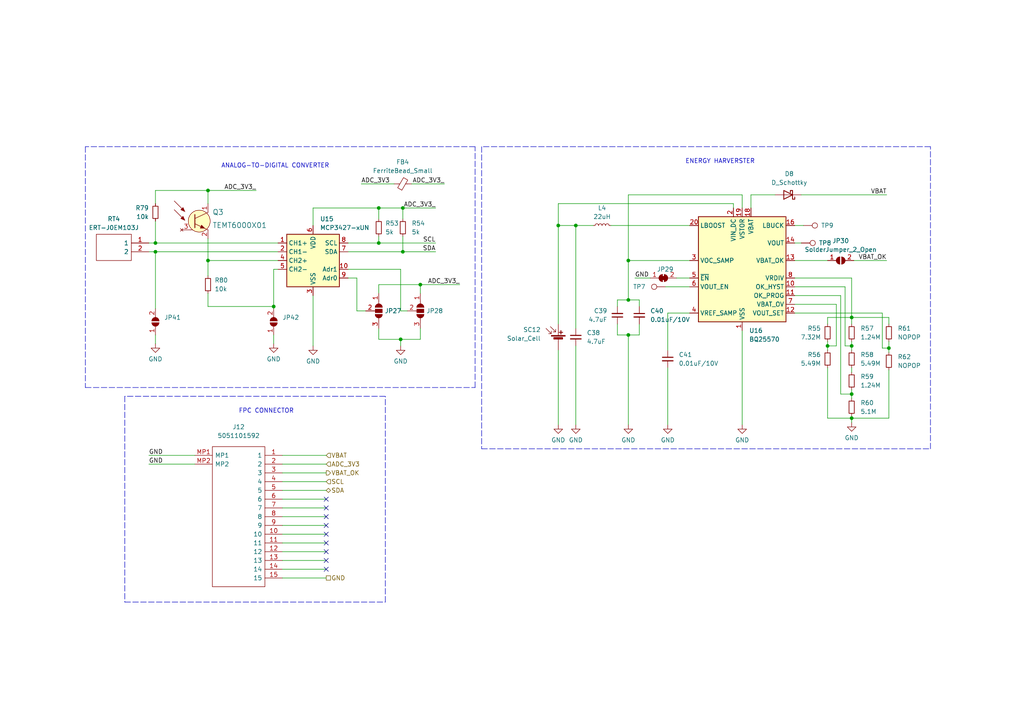
<source format=kicad_sch>
(kicad_sch (version 20211123) (generator eeschema)

  (uuid fd2b2e4c-a316-4614-b97d-2b91484ab665)

  (paper "A4")

  (title_block
    (title "FZSatellite")
    (date "2022-10-21")
    (rev "2")
    (company "Fiozera - fiozera.com.br")
    (comment 1 "https://github.com/fiozera/FZsatellite")
    (comment 2 "Licensed under CERN-OHL-S v2 or later")
  )

  (lib_symbols
    (symbol "Analog_ADC:MCP3427-xUN" (in_bom yes) (on_board yes)
      (property "Reference" "U" (id 0) (at -3.81 8.89 0)
        (effects (font (size 1.27 1.27)) (justify right))
      )
      (property "Value" "MCP3427-xUN" (id 1) (at 2.54 8.89 0)
        (effects (font (size 1.27 1.27)) (justify left))
      )
      (property "Footprint" "Package_SO:MSOP-10_3x3mm_P0.5mm" (id 2) (at 0 0 0)
        (effects (font (size 1.27 1.27)) hide)
      )
      (property "Datasheet" "http://ww1.microchip.com/downloads/en/DeviceDoc/22226a.pdf" (id 3) (at 0 0 0)
        (effects (font (size 1.27 1.27)) hide)
      )
      (property "ki_keywords" "adc 2ch 16bit i2c" (id 4) (at 0 0 0)
        (effects (font (size 1.27 1.27)) hide)
      )
      (property "ki_description" "16-Bit, Multi-Channel ΔΣ Analog-to-Digital Converter with I2C Interface and On-Board Reference, MSOP-10" (id 5) (at 0 0 0)
        (effects (font (size 1.27 1.27)) hide)
      )
      (property "ki_fp_filters" "MSOP*3x3mm*P0.5mm*" (id 6) (at 0 0 0)
        (effects (font (size 1.27 1.27)) hide)
      )
      (symbol "MCP3427-xUN_0_1"
        (rectangle (start -7.62 7.62) (end 7.62 -7.62)
          (stroke (width 0.254) (type default) (color 0 0 0 0))
          (fill (type background))
        )
      )
      (symbol "MCP3427-xUN_1_1"
        (pin input line (at -10.16 5.08 0) (length 2.54)
          (name "CH1+" (effects (font (size 1.27 1.27))))
          (number "1" (effects (font (size 1.27 1.27))))
        )
        (pin input line (at 10.16 -2.54 180) (length 2.54)
          (name "Adr1" (effects (font (size 1.27 1.27))))
          (number "10" (effects (font (size 1.27 1.27))))
        )
        (pin input line (at -10.16 2.54 0) (length 2.54)
          (name "CH1-" (effects (font (size 1.27 1.27))))
          (number "2" (effects (font (size 1.27 1.27))))
        )
        (pin power_in line (at 0 -10.16 90) (length 2.54)
          (name "VSS" (effects (font (size 1.27 1.27))))
          (number "3" (effects (font (size 1.27 1.27))))
        )
        (pin input line (at -10.16 0 0) (length 2.54)
          (name "CH2+" (effects (font (size 1.27 1.27))))
          (number "4" (effects (font (size 1.27 1.27))))
        )
        (pin input line (at -10.16 -2.54 0) (length 2.54)
          (name "CH2-" (effects (font (size 1.27 1.27))))
          (number "5" (effects (font (size 1.27 1.27))))
        )
        (pin power_in line (at 0 10.16 270) (length 2.54)
          (name "VDD" (effects (font (size 1.27 1.27))))
          (number "6" (effects (font (size 1.27 1.27))))
        )
        (pin bidirectional line (at 10.16 2.54 180) (length 2.54)
          (name "SDA" (effects (font (size 1.27 1.27))))
          (number "7" (effects (font (size 1.27 1.27))))
        )
        (pin input line (at 10.16 5.08 180) (length 2.54)
          (name "SCL" (effects (font (size 1.27 1.27))))
          (number "8" (effects (font (size 1.27 1.27))))
        )
        (pin input line (at 10.16 -5.08 180) (length 2.54)
          (name "Adr0" (effects (font (size 1.27 1.27))))
          (number "9" (effects (font (size 1.27 1.27))))
        )
      )
    )
    (symbol "Battery_Management:BQ25570" (in_bom yes) (on_board yes)
      (property "Reference" "U" (id 0) (at -12.7 16.51 0)
        (effects (font (size 1.27 1.27)))
      )
      (property "Value" "BQ25570" (id 1) (at 10.16 16.51 0)
        (effects (font (size 1.27 1.27)))
      )
      (property "Footprint" "Package_DFN_QFN:QFN-20-1EP_3.5x3.5mm_P0.5mm_EP2x2mm" (id 2) (at 0 -5.08 0)
        (effects (font (size 1.27 1.27)) hide)
      )
      (property "Datasheet" "http://www.ti.com/lit/ds/symlink/bq25570.pdf" (id 3) (at 10.16 30.48 0)
        (effects (font (size 1.27 1.27)) hide)
      )
      (property "ki_keywords" "harvester solar TEG charger li-on buck" (id 4) (at 0 0 0)
        (effects (font (size 1.27 1.27)) hide)
      )
      (property "ki_description" "Nano Power Boost Charger and Buck Converter for Energy Harvester Powered Applications, QFN-20" (id 5) (at 0 0 0)
        (effects (font (size 1.27 1.27)) hide)
      )
      (property "ki_fp_filters" "QFN*1EP*3.5x3.5mm*P0.5mm*" (id 6) (at 0 0 0)
        (effects (font (size 1.27 1.27)) hide)
      )
      (symbol "BQ25570_0_1"
        (rectangle (start -12.7 15.24) (end 12.7 -15.24)
          (stroke (width 0.254) (type default) (color 0 0 0 0))
          (fill (type background))
        )
      )
      (symbol "BQ25570_1_1"
        (pin power_in line (at 0 -17.78 90) (length 2.54)
          (name "VSS" (effects (font (size 1.27 1.27))))
          (number "1" (effects (font (size 1.27 1.27))))
        )
        (pin input line (at 15.24 -5.08 180) (length 2.54)
          (name "OK_HYST" (effects (font (size 1.27 1.27))))
          (number "10" (effects (font (size 1.27 1.27))))
        )
        (pin input line (at 15.24 -7.62 180) (length 2.54)
          (name "OK_PROG" (effects (font (size 1.27 1.27))))
          (number "11" (effects (font (size 1.27 1.27))))
        )
        (pin input line (at 15.24 -12.7 180) (length 2.54)
          (name "VOUT_SET" (effects (font (size 1.27 1.27))))
          (number "12" (effects (font (size 1.27 1.27))))
        )
        (pin output line (at 15.24 2.54 180) (length 2.54)
          (name "VBAT_OK" (effects (font (size 1.27 1.27))))
          (number "13" (effects (font (size 1.27 1.27))))
        )
        (pin input line (at 15.24 7.62 180) (length 2.54)
          (name "VOUT" (effects (font (size 1.27 1.27))))
          (number "14" (effects (font (size 1.27 1.27))))
        )
        (pin passive line (at 0 -17.78 90) (length 2.54) hide
          (name "VSS" (effects (font (size 1.27 1.27))))
          (number "15" (effects (font (size 1.27 1.27))))
        )
        (pin passive line (at 15.24 12.7 180) (length 2.54)
          (name "LBUCK" (effects (font (size 1.27 1.27))))
          (number "16" (effects (font (size 1.27 1.27))))
        )
        (pin passive line (at 0 -17.78 90) (length 2.54) hide
          (name "VSS" (effects (font (size 1.27 1.27))))
          (number "17" (effects (font (size 1.27 1.27))))
        )
        (pin power_in line (at 2.54 17.78 270) (length 2.54)
          (name "VBAT" (effects (font (size 1.27 1.27))))
          (number "18" (effects (font (size 1.27 1.27))))
        )
        (pin power_out line (at 0 17.78 270) (length 2.54)
          (name "VSTOR" (effects (font (size 1.27 1.27))))
          (number "19" (effects (font (size 1.27 1.27))))
        )
        (pin power_in line (at -2.54 17.78 270) (length 2.54)
          (name "VIN_DC" (effects (font (size 1.27 1.27))))
          (number "2" (effects (font (size 1.27 1.27))))
        )
        (pin passive line (at -15.24 12.7 0) (length 2.54)
          (name "LBOOST" (effects (font (size 1.27 1.27))))
          (number "20" (effects (font (size 1.27 1.27))))
        )
        (pin passive line (at 0 -17.78 90) (length 2.54) hide
          (name "VSS" (effects (font (size 1.27 1.27))))
          (number "21" (effects (font (size 1.27 1.27))))
        )
        (pin input line (at -15.24 2.54 0) (length 2.54)
          (name "VOC_SAMP" (effects (font (size 1.27 1.27))))
          (number "3" (effects (font (size 1.27 1.27))))
        )
        (pin passive line (at -15.24 -12.7 0) (length 2.54)
          (name "VREF_SAMP" (effects (font (size 1.27 1.27))))
          (number "4" (effects (font (size 1.27 1.27))))
        )
        (pin input line (at -15.24 -2.54 0) (length 2.54)
          (name "~{EN}" (effects (font (size 1.27 1.27))))
          (number "5" (effects (font (size 1.27 1.27))))
        )
        (pin input line (at -15.24 -5.08 0) (length 2.54)
          (name "VOUT_EN" (effects (font (size 1.27 1.27))))
          (number "6" (effects (font (size 1.27 1.27))))
        )
        (pin input line (at 15.24 -10.16 180) (length 2.54)
          (name "VBAT_OV" (effects (font (size 1.27 1.27))))
          (number "7" (effects (font (size 1.27 1.27))))
        )
        (pin output line (at 15.24 -2.54 180) (length 2.54)
          (name "VRDIV" (effects (font (size 1.27 1.27))))
          (number "8" (effects (font (size 1.27 1.27))))
        )
        (pin passive line (at 0 -17.78 90) (length 2.54) hide
          (name "VSS" (effects (font (size 1.27 1.27))))
          (number "9" (effects (font (size 1.27 1.27))))
        )
      )
    )
    (symbol "Connector:TestPoint" (pin_numbers hide) (pin_names (offset 0.762) hide) (in_bom yes) (on_board yes)
      (property "Reference" "TP" (id 0) (at 0 6.858 0)
        (effects (font (size 1.27 1.27)))
      )
      (property "Value" "TestPoint" (id 1) (at 0 5.08 0)
        (effects (font (size 1.27 1.27)))
      )
      (property "Footprint" "" (id 2) (at 5.08 0 0)
        (effects (font (size 1.27 1.27)) hide)
      )
      (property "Datasheet" "~" (id 3) (at 5.08 0 0)
        (effects (font (size 1.27 1.27)) hide)
      )
      (property "ki_keywords" "test point tp" (id 4) (at 0 0 0)
        (effects (font (size 1.27 1.27)) hide)
      )
      (property "ki_description" "test point" (id 5) (at 0 0 0)
        (effects (font (size 1.27 1.27)) hide)
      )
      (property "ki_fp_filters" "Pin* Test*" (id 6) (at 0 0 0)
        (effects (font (size 1.27 1.27)) hide)
      )
      (symbol "TestPoint_0_1"
        (circle (center 0 3.302) (radius 0.762)
          (stroke (width 0) (type default) (color 0 0 0 0))
          (fill (type none))
        )
      )
      (symbol "TestPoint_1_1"
        (pin passive line (at 0 0 90) (length 2.54)
          (name "1" (effects (font (size 1.27 1.27))))
          (number "1" (effects (font (size 1.27 1.27))))
        )
      )
    )
    (symbol "Device:C_Small" (pin_numbers hide) (pin_names (offset 0.254) hide) (in_bom yes) (on_board yes)
      (property "Reference" "C" (id 0) (at 0.254 1.778 0)
        (effects (font (size 1.27 1.27)) (justify left))
      )
      (property "Value" "C_Small" (id 1) (at 0.254 -2.032 0)
        (effects (font (size 1.27 1.27)) (justify left))
      )
      (property "Footprint" "" (id 2) (at 0 0 0)
        (effects (font (size 1.27 1.27)) hide)
      )
      (property "Datasheet" "~" (id 3) (at 0 0 0)
        (effects (font (size 1.27 1.27)) hide)
      )
      (property "ki_keywords" "capacitor cap" (id 4) (at 0 0 0)
        (effects (font (size 1.27 1.27)) hide)
      )
      (property "ki_description" "Unpolarized capacitor, small symbol" (id 5) (at 0 0 0)
        (effects (font (size 1.27 1.27)) hide)
      )
      (property "ki_fp_filters" "C_*" (id 6) (at 0 0 0)
        (effects (font (size 1.27 1.27)) hide)
      )
      (symbol "C_Small_0_1"
        (polyline
          (pts
            (xy -1.524 -0.508)
            (xy 1.524 -0.508)
          )
          (stroke (width 0.3302) (type default) (color 0 0 0 0))
          (fill (type none))
        )
        (polyline
          (pts
            (xy -1.524 0.508)
            (xy 1.524 0.508)
          )
          (stroke (width 0.3048) (type default) (color 0 0 0 0))
          (fill (type none))
        )
      )
      (symbol "C_Small_1_1"
        (pin passive line (at 0 2.54 270) (length 2.032)
          (name "~" (effects (font (size 1.27 1.27))))
          (number "1" (effects (font (size 1.27 1.27))))
        )
        (pin passive line (at 0 -2.54 90) (length 2.032)
          (name "~" (effects (font (size 1.27 1.27))))
          (number "2" (effects (font (size 1.27 1.27))))
        )
      )
    )
    (symbol "Device:D_Schottky" (pin_numbers hide) (pin_names (offset 1.016) hide) (in_bom yes) (on_board yes)
      (property "Reference" "D" (id 0) (at 0 2.54 0)
        (effects (font (size 1.27 1.27)))
      )
      (property "Value" "D_Schottky" (id 1) (at 0 -2.54 0)
        (effects (font (size 1.27 1.27)))
      )
      (property "Footprint" "" (id 2) (at 0 0 0)
        (effects (font (size 1.27 1.27)) hide)
      )
      (property "Datasheet" "~" (id 3) (at 0 0 0)
        (effects (font (size 1.27 1.27)) hide)
      )
      (property "ki_keywords" "diode Schottky" (id 4) (at 0 0 0)
        (effects (font (size 1.27 1.27)) hide)
      )
      (property "ki_description" "Schottky diode" (id 5) (at 0 0 0)
        (effects (font (size 1.27 1.27)) hide)
      )
      (property "ki_fp_filters" "TO-???* *_Diode_* *SingleDiode* D_*" (id 6) (at 0 0 0)
        (effects (font (size 1.27 1.27)) hide)
      )
      (symbol "D_Schottky_0_1"
        (polyline
          (pts
            (xy 1.27 0)
            (xy -1.27 0)
          )
          (stroke (width 0) (type default) (color 0 0 0 0))
          (fill (type none))
        )
        (polyline
          (pts
            (xy 1.27 1.27)
            (xy 1.27 -1.27)
            (xy -1.27 0)
            (xy 1.27 1.27)
          )
          (stroke (width 0.254) (type default) (color 0 0 0 0))
          (fill (type none))
        )
        (polyline
          (pts
            (xy -1.905 0.635)
            (xy -1.905 1.27)
            (xy -1.27 1.27)
            (xy -1.27 -1.27)
            (xy -0.635 -1.27)
            (xy -0.635 -0.635)
          )
          (stroke (width 0.254) (type default) (color 0 0 0 0))
          (fill (type none))
        )
      )
      (symbol "D_Schottky_1_1"
        (pin passive line (at -3.81 0 0) (length 2.54)
          (name "K" (effects (font (size 1.27 1.27))))
          (number "1" (effects (font (size 1.27 1.27))))
        )
        (pin passive line (at 3.81 0 180) (length 2.54)
          (name "A" (effects (font (size 1.27 1.27))))
          (number "2" (effects (font (size 1.27 1.27))))
        )
      )
    )
    (symbol "Device:FerriteBead_Small" (pin_numbers hide) (pin_names (offset 0)) (in_bom yes) (on_board yes)
      (property "Reference" "FB" (id 0) (at 1.905 1.27 0)
        (effects (font (size 1.27 1.27)) (justify left))
      )
      (property "Value" "FerriteBead_Small" (id 1) (at 1.905 -1.27 0)
        (effects (font (size 1.27 1.27)) (justify left))
      )
      (property "Footprint" "" (id 2) (at -1.778 0 90)
        (effects (font (size 1.27 1.27)) hide)
      )
      (property "Datasheet" "~" (id 3) (at 0 0 0)
        (effects (font (size 1.27 1.27)) hide)
      )
      (property "ki_keywords" "L ferrite bead inductor filter" (id 4) (at 0 0 0)
        (effects (font (size 1.27 1.27)) hide)
      )
      (property "ki_description" "Ferrite bead, small symbol" (id 5) (at 0 0 0)
        (effects (font (size 1.27 1.27)) hide)
      )
      (property "ki_fp_filters" "Inductor_* L_* *Ferrite*" (id 6) (at 0 0 0)
        (effects (font (size 1.27 1.27)) hide)
      )
      (symbol "FerriteBead_Small_0_1"
        (polyline
          (pts
            (xy 0 -1.27)
            (xy 0 -0.7874)
          )
          (stroke (width 0) (type default) (color 0 0 0 0))
          (fill (type none))
        )
        (polyline
          (pts
            (xy 0 0.889)
            (xy 0 1.2954)
          )
          (stroke (width 0) (type default) (color 0 0 0 0))
          (fill (type none))
        )
        (polyline
          (pts
            (xy -1.8288 0.2794)
            (xy -1.1176 1.4986)
            (xy 1.8288 -0.2032)
            (xy 1.1176 -1.4224)
            (xy -1.8288 0.2794)
          )
          (stroke (width 0) (type default) (color 0 0 0 0))
          (fill (type none))
        )
      )
      (symbol "FerriteBead_Small_1_1"
        (pin passive line (at 0 2.54 270) (length 1.27)
          (name "~" (effects (font (size 1.27 1.27))))
          (number "1" (effects (font (size 1.27 1.27))))
        )
        (pin passive line (at 0 -2.54 90) (length 1.27)
          (name "~" (effects (font (size 1.27 1.27))))
          (number "2" (effects (font (size 1.27 1.27))))
        )
      )
    )
    (symbol "Device:L_Small" (pin_numbers hide) (pin_names (offset 0.254) hide) (in_bom yes) (on_board yes)
      (property "Reference" "L" (id 0) (at 0.762 1.016 0)
        (effects (font (size 1.27 1.27)) (justify left))
      )
      (property "Value" "L_Small" (id 1) (at 0.762 -1.016 0)
        (effects (font (size 1.27 1.27)) (justify left))
      )
      (property "Footprint" "" (id 2) (at 0 0 0)
        (effects (font (size 1.27 1.27)) hide)
      )
      (property "Datasheet" "~" (id 3) (at 0 0 0)
        (effects (font (size 1.27 1.27)) hide)
      )
      (property "ki_keywords" "inductor choke coil reactor magnetic" (id 4) (at 0 0 0)
        (effects (font (size 1.27 1.27)) hide)
      )
      (property "ki_description" "Inductor, small symbol" (id 5) (at 0 0 0)
        (effects (font (size 1.27 1.27)) hide)
      )
      (property "ki_fp_filters" "Choke_* *Coil* Inductor_* L_*" (id 6) (at 0 0 0)
        (effects (font (size 1.27 1.27)) hide)
      )
      (symbol "L_Small_0_1"
        (arc (start 0 -2.032) (mid 0.508 -1.524) (end 0 -1.016)
          (stroke (width 0) (type default) (color 0 0 0 0))
          (fill (type none))
        )
        (arc (start 0 -1.016) (mid 0.508 -0.508) (end 0 0)
          (stroke (width 0) (type default) (color 0 0 0 0))
          (fill (type none))
        )
        (arc (start 0 0) (mid 0.508 0.508) (end 0 1.016)
          (stroke (width 0) (type default) (color 0 0 0 0))
          (fill (type none))
        )
        (arc (start 0 1.016) (mid 0.508 1.524) (end 0 2.032)
          (stroke (width 0) (type default) (color 0 0 0 0))
          (fill (type none))
        )
      )
      (symbol "L_Small_1_1"
        (pin passive line (at 0 2.54 270) (length 0.508)
          (name "~" (effects (font (size 1.27 1.27))))
          (number "1" (effects (font (size 1.27 1.27))))
        )
        (pin passive line (at 0 -2.54 90) (length 0.508)
          (name "~" (effects (font (size 1.27 1.27))))
          (number "2" (effects (font (size 1.27 1.27))))
        )
      )
    )
    (symbol "Device:R_Small" (pin_numbers hide) (pin_names (offset 0.254) hide) (in_bom yes) (on_board yes)
      (property "Reference" "R" (id 0) (at 0.762 0.508 0)
        (effects (font (size 1.27 1.27)) (justify left))
      )
      (property "Value" "R_Small" (id 1) (at 0.762 -1.016 0)
        (effects (font (size 1.27 1.27)) (justify left))
      )
      (property "Footprint" "" (id 2) (at 0 0 0)
        (effects (font (size 1.27 1.27)) hide)
      )
      (property "Datasheet" "~" (id 3) (at 0 0 0)
        (effects (font (size 1.27 1.27)) hide)
      )
      (property "ki_keywords" "R resistor" (id 4) (at 0 0 0)
        (effects (font (size 1.27 1.27)) hide)
      )
      (property "ki_description" "Resistor, small symbol" (id 5) (at 0 0 0)
        (effects (font (size 1.27 1.27)) hide)
      )
      (property "ki_fp_filters" "R_*" (id 6) (at 0 0 0)
        (effects (font (size 1.27 1.27)) hide)
      )
      (symbol "R_Small_0_1"
        (rectangle (start -0.762 1.778) (end 0.762 -1.778)
          (stroke (width 0.2032) (type default) (color 0 0 0 0))
          (fill (type none))
        )
      )
      (symbol "R_Small_1_1"
        (pin passive line (at 0 2.54 270) (length 0.762)
          (name "~" (effects (font (size 1.27 1.27))))
          (number "1" (effects (font (size 1.27 1.27))))
        )
        (pin passive line (at 0 -2.54 90) (length 0.762)
          (name "~" (effects (font (size 1.27 1.27))))
          (number "2" (effects (font (size 1.27 1.27))))
        )
      )
    )
    (symbol "Device:Solar_Cell" (pin_numbers hide) (pin_names (offset 0) hide) (in_bom yes) (on_board yes)
      (property "Reference" "SC" (id 0) (at 2.54 2.54 0)
        (effects (font (size 1.27 1.27)) (justify left))
      )
      (property "Value" "Solar_Cell" (id 1) (at 2.54 0 0)
        (effects (font (size 1.27 1.27)) (justify left))
      )
      (property "Footprint" "" (id 2) (at 0 1.524 90)
        (effects (font (size 1.27 1.27)) hide)
      )
      (property "Datasheet" "~" (id 3) (at 0 1.524 90)
        (effects (font (size 1.27 1.27)) hide)
      )
      (property "ki_keywords" "solar cell" (id 4) (at 0 0 0)
        (effects (font (size 1.27 1.27)) hide)
      )
      (property "ki_description" "Single solar cell" (id 5) (at 0 0 0)
        (effects (font (size 1.27 1.27)) hide)
      )
      (symbol "Solar_Cell_0_1"
        (rectangle (start -2.032 1.778) (end 2.032 1.524)
          (stroke (width 0) (type default) (color 0 0 0 0))
          (fill (type outline))
        )
        (rectangle (start -1.3208 1.1938) (end 1.27 0.6858)
          (stroke (width 0) (type default) (color 0 0 0 0))
          (fill (type outline))
        )
        (polyline
          (pts
            (xy -2.032 2.286)
            (xy -3.556 3.81)
          )
          (stroke (width 0) (type default) (color 0 0 0 0))
          (fill (type none))
        )
        (polyline
          (pts
            (xy -0.762 2.794)
            (xy -2.286 4.318)
          )
          (stroke (width 0) (type default) (color 0 0 0 0))
          (fill (type none))
        )
        (polyline
          (pts
            (xy 0 0.762)
            (xy 0 0)
          )
          (stroke (width 0) (type default) (color 0 0 0 0))
          (fill (type none))
        )
        (polyline
          (pts
            (xy 0 1.778)
            (xy 0 2.54)
          )
          (stroke (width 0) (type default) (color 0 0 0 0))
          (fill (type none))
        )
        (polyline
          (pts
            (xy 0.254 2.667)
            (xy 1.27 2.667)
          )
          (stroke (width 0.254) (type default) (color 0 0 0 0))
          (fill (type none))
        )
        (polyline
          (pts
            (xy 0.762 3.175)
            (xy 0.762 2.159)
          )
          (stroke (width 0.254) (type default) (color 0 0 0 0))
          (fill (type none))
        )
        (polyline
          (pts
            (xy -2.032 3.048)
            (xy -2.032 2.286)
            (xy -2.794 2.286)
          )
          (stroke (width 0) (type default) (color 0 0 0 0))
          (fill (type none))
        )
        (polyline
          (pts
            (xy -0.762 3.556)
            (xy -0.762 2.794)
            (xy -1.524 2.794)
          )
          (stroke (width 0) (type default) (color 0 0 0 0))
          (fill (type none))
        )
      )
      (symbol "Solar_Cell_1_1"
        (pin passive line (at 0 5.08 270) (length 2.54)
          (name "+" (effects (font (size 1.27 1.27))))
          (number "1" (effects (font (size 1.27 1.27))))
        )
        (pin passive line (at 0 -2.54 90) (length 2.54)
          (name "-" (effects (font (size 1.27 1.27))))
          (number "2" (effects (font (size 1.27 1.27))))
        )
      )
    )
    (symbol "Jumper:SolderJumper_2_Bridged" (pin_names (offset 0) hide) (in_bom yes) (on_board yes)
      (property "Reference" "JP" (id 0) (at 0 2.032 0)
        (effects (font (size 1.27 1.27)))
      )
      (property "Value" "SolderJumper_2_Bridged" (id 1) (at 0 -2.54 0)
        (effects (font (size 1.27 1.27)))
      )
      (property "Footprint" "" (id 2) (at 0 0 0)
        (effects (font (size 1.27 1.27)) hide)
      )
      (property "Datasheet" "~" (id 3) (at 0 0 0)
        (effects (font (size 1.27 1.27)) hide)
      )
      (property "ki_keywords" "solder jumper SPST" (id 4) (at 0 0 0)
        (effects (font (size 1.27 1.27)) hide)
      )
      (property "ki_description" "Solder Jumper, 2-pole, closed/bridged" (id 5) (at 0 0 0)
        (effects (font (size 1.27 1.27)) hide)
      )
      (property "ki_fp_filters" "SolderJumper*Bridged*" (id 6) (at 0 0 0)
        (effects (font (size 1.27 1.27)) hide)
      )
      (symbol "SolderJumper_2_Bridged_0_1"
        (rectangle (start -0.508 0.508) (end 0.508 -0.508)
          (stroke (width 0) (type default) (color 0 0 0 0))
          (fill (type outline))
        )
        (arc (start -0.254 1.016) (mid -1.27 0) (end -0.254 -1.016)
          (stroke (width 0) (type default) (color 0 0 0 0))
          (fill (type none))
        )
        (arc (start -0.254 1.016) (mid -1.27 0) (end -0.254 -1.016)
          (stroke (width 0) (type default) (color 0 0 0 0))
          (fill (type outline))
        )
        (polyline
          (pts
            (xy -0.254 1.016)
            (xy -0.254 -1.016)
          )
          (stroke (width 0) (type default) (color 0 0 0 0))
          (fill (type none))
        )
        (polyline
          (pts
            (xy 0.254 1.016)
            (xy 0.254 -1.016)
          )
          (stroke (width 0) (type default) (color 0 0 0 0))
          (fill (type none))
        )
        (arc (start 0.254 -1.016) (mid 1.27 0) (end 0.254 1.016)
          (stroke (width 0) (type default) (color 0 0 0 0))
          (fill (type none))
        )
        (arc (start 0.254 -1.016) (mid 1.27 0) (end 0.254 1.016)
          (stroke (width 0) (type default) (color 0 0 0 0))
          (fill (type outline))
        )
      )
      (symbol "SolderJumper_2_Bridged_1_1"
        (pin passive line (at -3.81 0 0) (length 2.54)
          (name "A" (effects (font (size 1.27 1.27))))
          (number "1" (effects (font (size 1.27 1.27))))
        )
        (pin passive line (at 3.81 0 180) (length 2.54)
          (name "B" (effects (font (size 1.27 1.27))))
          (number "2" (effects (font (size 1.27 1.27))))
        )
      )
    )
    (symbol "Jumper:SolderJumper_2_Open" (pin_names (offset 0) hide) (in_bom yes) (on_board yes)
      (property "Reference" "JP" (id 0) (at 0 2.032 0)
        (effects (font (size 1.27 1.27)))
      )
      (property "Value" "SolderJumper_2_Open" (id 1) (at 0 -2.54 0)
        (effects (font (size 1.27 1.27)))
      )
      (property "Footprint" "" (id 2) (at 0 0 0)
        (effects (font (size 1.27 1.27)) hide)
      )
      (property "Datasheet" "~" (id 3) (at 0 0 0)
        (effects (font (size 1.27 1.27)) hide)
      )
      (property "ki_keywords" "solder jumper SPST" (id 4) (at 0 0 0)
        (effects (font (size 1.27 1.27)) hide)
      )
      (property "ki_description" "Solder Jumper, 2-pole, open" (id 5) (at 0 0 0)
        (effects (font (size 1.27 1.27)) hide)
      )
      (property "ki_fp_filters" "SolderJumper*Open*" (id 6) (at 0 0 0)
        (effects (font (size 1.27 1.27)) hide)
      )
      (symbol "SolderJumper_2_Open_0_1"
        (arc (start -0.254 1.016) (mid -1.27 0) (end -0.254 -1.016)
          (stroke (width 0) (type default) (color 0 0 0 0))
          (fill (type none))
        )
        (arc (start -0.254 1.016) (mid -1.27 0) (end -0.254 -1.016)
          (stroke (width 0) (type default) (color 0 0 0 0))
          (fill (type outline))
        )
        (polyline
          (pts
            (xy -0.254 1.016)
            (xy -0.254 -1.016)
          )
          (stroke (width 0) (type default) (color 0 0 0 0))
          (fill (type none))
        )
        (polyline
          (pts
            (xy 0.254 1.016)
            (xy 0.254 -1.016)
          )
          (stroke (width 0) (type default) (color 0 0 0 0))
          (fill (type none))
        )
        (arc (start 0.254 -1.016) (mid 1.27 0) (end 0.254 1.016)
          (stroke (width 0) (type default) (color 0 0 0 0))
          (fill (type none))
        )
        (arc (start 0.254 -1.016) (mid 1.27 0) (end 0.254 1.016)
          (stroke (width 0) (type default) (color 0 0 0 0))
          (fill (type outline))
        )
      )
      (symbol "SolderJumper_2_Open_1_1"
        (pin passive line (at -3.81 0 0) (length 2.54)
          (name "A" (effects (font (size 1.27 1.27))))
          (number "1" (effects (font (size 1.27 1.27))))
        )
        (pin passive line (at 3.81 0 180) (length 2.54)
          (name "B" (effects (font (size 1.27 1.27))))
          (number "2" (effects (font (size 1.27 1.27))))
        )
      )
    )
    (symbol "Jumper:SolderJumper_3_Open" (pin_names (offset 0) hide) (in_bom yes) (on_board yes)
      (property "Reference" "JP" (id 0) (at -2.54 -2.54 0)
        (effects (font (size 1.27 1.27)))
      )
      (property "Value" "SolderJumper_3_Open" (id 1) (at 0 2.794 0)
        (effects (font (size 1.27 1.27)))
      )
      (property "Footprint" "" (id 2) (at 0 0 0)
        (effects (font (size 1.27 1.27)) hide)
      )
      (property "Datasheet" "~" (id 3) (at 0 0 0)
        (effects (font (size 1.27 1.27)) hide)
      )
      (property "ki_keywords" "Solder Jumper SPDT" (id 4) (at 0 0 0)
        (effects (font (size 1.27 1.27)) hide)
      )
      (property "ki_description" "Solder Jumper, 3-pole, open" (id 5) (at 0 0 0)
        (effects (font (size 1.27 1.27)) hide)
      )
      (property "ki_fp_filters" "SolderJumper*Open*" (id 6) (at 0 0 0)
        (effects (font (size 1.27 1.27)) hide)
      )
      (symbol "SolderJumper_3_Open_0_1"
        (arc (start -1.016 1.016) (mid -2.032 0) (end -1.016 -1.016)
          (stroke (width 0) (type default) (color 0 0 0 0))
          (fill (type none))
        )
        (arc (start -1.016 1.016) (mid -2.032 0) (end -1.016 -1.016)
          (stroke (width 0) (type default) (color 0 0 0 0))
          (fill (type outline))
        )
        (rectangle (start -0.508 1.016) (end 0.508 -1.016)
          (stroke (width 0) (type default) (color 0 0 0 0))
          (fill (type outline))
        )
        (polyline
          (pts
            (xy -2.54 0)
            (xy -2.032 0)
          )
          (stroke (width 0) (type default) (color 0 0 0 0))
          (fill (type none))
        )
        (polyline
          (pts
            (xy -1.016 1.016)
            (xy -1.016 -1.016)
          )
          (stroke (width 0) (type default) (color 0 0 0 0))
          (fill (type none))
        )
        (polyline
          (pts
            (xy 0 -1.27)
            (xy 0 -1.016)
          )
          (stroke (width 0) (type default) (color 0 0 0 0))
          (fill (type none))
        )
        (polyline
          (pts
            (xy 1.016 1.016)
            (xy 1.016 -1.016)
          )
          (stroke (width 0) (type default) (color 0 0 0 0))
          (fill (type none))
        )
        (polyline
          (pts
            (xy 2.54 0)
            (xy 2.032 0)
          )
          (stroke (width 0) (type default) (color 0 0 0 0))
          (fill (type none))
        )
        (arc (start 1.016 -1.016) (mid 2.032 0) (end 1.016 1.016)
          (stroke (width 0) (type default) (color 0 0 0 0))
          (fill (type none))
        )
        (arc (start 1.016 -1.016) (mid 2.032 0) (end 1.016 1.016)
          (stroke (width 0) (type default) (color 0 0 0 0))
          (fill (type outline))
        )
      )
      (symbol "SolderJumper_3_Open_1_1"
        (pin passive line (at -5.08 0 0) (length 2.54)
          (name "A" (effects (font (size 1.27 1.27))))
          (number "1" (effects (font (size 1.27 1.27))))
        )
        (pin input line (at 0 -3.81 90) (length 2.54)
          (name "C" (effects (font (size 1.27 1.27))))
          (number "2" (effects (font (size 1.27 1.27))))
        )
        (pin passive line (at 5.08 0 180) (length 2.54)
          (name "B" (effects (font (size 1.27 1.27))))
          (number "3" (effects (font (size 1.27 1.27))))
        )
      )
    )
    (symbol "SamacSys_Parts:5051101592" (pin_names (offset 0.762)) (in_bom yes) (on_board yes)
      (property "Reference" "J" (id 0) (at 21.59 7.62 0)
        (effects (font (size 1.27 1.27)) (justify left))
      )
      (property "Value" "5051101592" (id 1) (at 21.59 5.08 0)
        (effects (font (size 1.27 1.27)) (justify left))
      )
      (property "Footprint" "5051101592" (id 2) (at 21.59 2.54 0)
        (effects (font (size 1.27 1.27)) (justify left) hide)
      )
      (property "Datasheet" "https://www.arrow.com/en/products/505110-1592/molex" (id 3) (at 21.59 0 0)
        (effects (font (size 1.27 1.27)) (justify left) hide)
      )
      (property "Description" "Easy-On FFC/FPC Connector, 0.50mm Pitch, FD19 Series, Right-Angle, Bottom Contact, 1.90mm Height,  Circuits, Gold over Nickel Plating" (id 4) (at 21.59 -2.54 0)
        (effects (font (size 1.27 1.27)) (justify left) hide)
      )
      (property "Height" "2.1" (id 5) (at 21.59 -5.08 0)
        (effects (font (size 1.27 1.27)) (justify left) hide)
      )
      (property "Manufacturer_Name" "Molex" (id 6) (at 21.59 -7.62 0)
        (effects (font (size 1.27 1.27)) (justify left) hide)
      )
      (property "Manufacturer_Part_Number" "5051101592" (id 7) (at 21.59 -10.16 0)
        (effects (font (size 1.27 1.27)) (justify left) hide)
      )
      (property "Mouser Part Number" "" (id 8) (at 21.59 -12.7 0)
        (effects (font (size 1.27 1.27)) (justify left) hide)
      )
      (property "Mouser Price/Stock" "" (id 9) (at 21.59 -15.24 0)
        (effects (font (size 1.27 1.27)) (justify left) hide)
      )
      (property "Arrow Part Number" "5051101592" (id 10) (at 21.59 -17.78 0)
        (effects (font (size 1.27 1.27)) (justify left) hide)
      )
      (property "Arrow Price/Stock" "https://www.arrow.com/en/products/505110-1592/molex?region=nac" (id 11) (at 21.59 -20.32 0)
        (effects (font (size 1.27 1.27)) (justify left) hide)
      )
      (property "ki_description" "Easy-On FFC/FPC Connector, 0.50mm Pitch, FD19 Series, Right-Angle, Bottom Contact, 1.90mm Height,  Circuits, Gold over Nickel Plating" (id 12) (at 0 0 0)
        (effects (font (size 1.27 1.27)) hide)
      )
      (symbol "5051101592_0_0"
        (pin passive line (at 25.4 0 180) (length 5.08)
          (name "1" (effects (font (size 1.27 1.27))))
          (number "1" (effects (font (size 1.27 1.27))))
        )
        (pin passive line (at 25.4 -22.86 180) (length 5.08)
          (name "10" (effects (font (size 1.27 1.27))))
          (number "10" (effects (font (size 1.27 1.27))))
        )
        (pin passive line (at 25.4 -25.4 180) (length 5.08)
          (name "11" (effects (font (size 1.27 1.27))))
          (number "11" (effects (font (size 1.27 1.27))))
        )
        (pin passive line (at 25.4 -27.94 180) (length 5.08)
          (name "12" (effects (font (size 1.27 1.27))))
          (number "12" (effects (font (size 1.27 1.27))))
        )
        (pin passive line (at 25.4 -30.48 180) (length 5.08)
          (name "13" (effects (font (size 1.27 1.27))))
          (number "13" (effects (font (size 1.27 1.27))))
        )
        (pin passive line (at 25.4 -33.02 180) (length 5.08)
          (name "14" (effects (font (size 1.27 1.27))))
          (number "14" (effects (font (size 1.27 1.27))))
        )
        (pin passive line (at 25.4 -35.56 180) (length 5.08)
          (name "15" (effects (font (size 1.27 1.27))))
          (number "15" (effects (font (size 1.27 1.27))))
        )
        (pin passive line (at 25.4 -2.54 180) (length 5.08)
          (name "2" (effects (font (size 1.27 1.27))))
          (number "2" (effects (font (size 1.27 1.27))))
        )
        (pin passive line (at 25.4 -5.08 180) (length 5.08)
          (name "3" (effects (font (size 1.27 1.27))))
          (number "3" (effects (font (size 1.27 1.27))))
        )
        (pin passive line (at 25.4 -7.62 180) (length 5.08)
          (name "4" (effects (font (size 1.27 1.27))))
          (number "4" (effects (font (size 1.27 1.27))))
        )
        (pin passive line (at 25.4 -10.16 180) (length 5.08)
          (name "5" (effects (font (size 1.27 1.27))))
          (number "5" (effects (font (size 1.27 1.27))))
        )
        (pin passive line (at 25.4 -12.7 180) (length 5.08)
          (name "6" (effects (font (size 1.27 1.27))))
          (number "6" (effects (font (size 1.27 1.27))))
        )
        (pin passive line (at 25.4 -15.24 180) (length 5.08)
          (name "7" (effects (font (size 1.27 1.27))))
          (number "7" (effects (font (size 1.27 1.27))))
        )
        (pin passive line (at 25.4 -17.78 180) (length 5.08)
          (name "8" (effects (font (size 1.27 1.27))))
          (number "8" (effects (font (size 1.27 1.27))))
        )
        (pin passive line (at 25.4 -20.32 180) (length 5.08)
          (name "9" (effects (font (size 1.27 1.27))))
          (number "9" (effects (font (size 1.27 1.27))))
        )
        (pin passive line (at 0 0 0) (length 5.08)
          (name "MP1" (effects (font (size 1.27 1.27))))
          (number "MP1" (effects (font (size 1.27 1.27))))
        )
        (pin passive line (at 0 -2.54 0) (length 5.08)
          (name "MP2" (effects (font (size 1.27 1.27))))
          (number "MP2" (effects (font (size 1.27 1.27))))
        )
      )
      (symbol "5051101592_0_1"
        (polyline
          (pts
            (xy 5.08 2.54)
            (xy 20.32 2.54)
            (xy 20.32 -38.1)
            (xy 5.08 -38.1)
            (xy 5.08 2.54)
          )
          (stroke (width 0.1524) (type default) (color 0 0 0 0))
          (fill (type none))
        )
      )
    )
    (symbol "SamacSys_Parts:ERT-J0EM103J" (pin_names (offset 0.762)) (in_bom yes) (on_board yes)
      (property "Reference" "RT" (id 0) (at 16.51 7.62 0)
        (effects (font (size 1.27 1.27)) (justify left))
      )
      (property "Value" "ERT-J0EM103J" (id 1) (at 16.51 5.08 0)
        (effects (font (size 1.27 1.27)) (justify left))
      )
      (property "Footprint" "THRMC1005X55N" (id 2) (at 16.51 2.54 0)
        (effects (font (size 1.27 1.27)) (justify left) hide)
      )
      (property "Datasheet" "https://componentsearchengine.com/Datasheets/1/ERT-J0EM103J.pdf" (id 3) (at 16.51 0 0)
        (effects (font (size 1.27 1.27)) (justify left) hide)
      )
      (property "Description" "PANASONIC ELECTRONIC COMPONENTS - ERT-J0EM103J - THERMISTOR, NTC, 10KOHM, 5%, SMD" (id 4) (at 16.51 -2.54 0)
        (effects (font (size 1.27 1.27)) (justify left) hide)
      )
      (property "Height" "0.55" (id 5) (at 16.51 -5.08 0)
        (effects (font (size 1.27 1.27)) (justify left) hide)
      )
      (property "Mouser Part Number" "667-ERT-J0EM103J" (id 6) (at 16.51 -7.62 0)
        (effects (font (size 1.27 1.27)) (justify left) hide)
      )
      (property "Mouser Price/Stock" "https://www.mouser.com/Search/Refine.aspx?Keyword=667-ERT-J0EM103J" (id 7) (at 16.51 -10.16 0)
        (effects (font (size 1.27 1.27)) (justify left) hide)
      )
      (property "Manufacturer_Name" "Panasonic" (id 8) (at 16.51 -12.7 0)
        (effects (font (size 1.27 1.27)) (justify left) hide)
      )
      (property "Manufacturer_Part_Number" "ERT-J0EM103J" (id 9) (at 16.51 -15.24 0)
        (effects (font (size 1.27 1.27)) (justify left) hide)
      )
      (property "ki_description" "PANASONIC ELECTRONIC COMPONENTS - ERT-J0EM103J - THERMISTOR, NTC, 10KOHM, 5%, SMD" (id 10) (at 0 0 0)
        (effects (font (size 1.27 1.27)) hide)
      )
      (symbol "ERT-J0EM103J_0_0"
        (pin passive line (at 0 0 0) (length 5.08)
          (name "1" (effects (font (size 1.27 1.27))))
          (number "1" (effects (font (size 1.27 1.27))))
        )
        (pin passive line (at 0 -2.54 0) (length 5.08)
          (name "2" (effects (font (size 1.27 1.27))))
          (number "2" (effects (font (size 1.27 1.27))))
        )
      )
      (symbol "ERT-J0EM103J_0_1"
        (polyline
          (pts
            (xy 5.08 2.54)
            (xy 15.24 2.54)
            (xy 15.24 -5.08)
            (xy 5.08 -5.08)
            (xy 5.08 2.54)
          )
          (stroke (width 0.1524) (type default) (color 0 0 0 0))
          (fill (type none))
        )
      )
    )
    (symbol "dk_Optical-Sensors-Phototransistors:TEMT6000X01" (pin_names (offset 0) hide) (in_bom yes) (on_board yes)
      (property "Reference" "Q" (id 0) (at -1.27 5.08 0)
        (effects (font (size 1.524 1.524)))
      )
      (property "Value" "TEMT6000X01" (id 1) (at 6.35 0 90)
        (effects (font (size 1.524 1.524)))
      )
      (property "Footprint" "digikey-footprints:Phototransistor_SMD_4x2mm_TEMT6000X01" (id 2) (at 5.08 5.08 0)
        (effects (font (size 1.524 1.524)) (justify left) hide)
      )
      (property "Datasheet" "http://www.vishay.com/docs/81579/temt6000.pdf" (id 3) (at 5.08 7.62 0)
        (effects (font (size 1.524 1.524)) (justify left) hide)
      )
      (property "Digi-Key_PN" "751-1055-1-ND" (id 4) (at 5.08 10.16 0)
        (effects (font (size 1.524 1.524)) (justify left) hide)
      )
      (property "MPN" "TEMT6000X01" (id 5) (at 5.08 12.7 0)
        (effects (font (size 1.524 1.524)) (justify left) hide)
      )
      (property "Category" "Sensors, Transducers" (id 6) (at 5.08 15.24 0)
        (effects (font (size 1.524 1.524)) (justify left) hide)
      )
      (property "Family" "Optical Sensors - Phototransistors" (id 7) (at 5.08 17.78 0)
        (effects (font (size 1.524 1.524)) (justify left) hide)
      )
      (property "DK_Datasheet_Link" "http://www.vishay.com/docs/81579/temt6000.pdf" (id 8) (at 5.08 20.32 0)
        (effects (font (size 1.524 1.524)) (justify left) hide)
      )
      (property "DK_Detail_Page" "/product-detail/en/vishay-semiconductor-opto-division/TEMT6000X01/751-1055-1-ND/1681410" (id 9) (at 5.08 22.86 0)
        (effects (font (size 1.524 1.524)) (justify left) hide)
      )
      (property "Description" "SENSOR PHOTO 570NM TOP VIEW 1206" (id 10) (at 5.08 25.4 0)
        (effects (font (size 1.524 1.524)) (justify left) hide)
      )
      (property "Manufacturer" "Vishay Semiconductor Opto Division" (id 11) (at 5.08 27.94 0)
        (effects (font (size 1.524 1.524)) (justify left) hide)
      )
      (property "Status" "Active" (id 12) (at 5.08 30.48 0)
        (effects (font (size 1.524 1.524)) (justify left) hide)
      )
      (property "ki_keywords" "751-1055-1-ND Automotive, AEC-Q101" (id 13) (at 0 0 0)
        (effects (font (size 1.27 1.27)) hide)
      )
      (property "ki_description" "SENSOR PHOTO 570NM TOP VIEW 1206" (id 14) (at 0 0 0)
        (effects (font (size 1.27 1.27)) hide)
      )
      (symbol "TEMT6000X01_0_1"
        (polyline
          (pts
            (xy -7.239 3.302)
            (xy -4.953 1.016)
          )
          (stroke (width 0) (type default) (color 0 0 0 0))
          (fill (type none))
        )
        (polyline
          (pts
            (xy -7.239 5.842)
            (xy -4.953 3.556)
          )
          (stroke (width 0) (type default) (color 0 0 0 0))
          (fill (type none))
        )
        (polyline
          (pts
            (xy -2.54 -2.54)
            (xy -1.905 -2.54)
          )
          (stroke (width 0) (type default) (color 0 0 0 0))
          (fill (type none))
        )
        (polyline
          (pts
            (xy -1.27 -1.905)
            (xy -1.27 1.905)
          )
          (stroke (width 0.254) (type default) (color 0 0 0 0))
          (fill (type none))
        )
        (polyline
          (pts
            (xy -1.27 -0.762)
            (xy 2.54 -2.54)
          )
          (stroke (width 0) (type default) (color 0 0 0 0))
          (fill (type none))
        )
        (polyline
          (pts
            (xy -1.27 0.762)
            (xy 2.54 2.54)
          )
          (stroke (width 0) (type default) (color 0 0 0 0))
          (fill (type none))
        )
        (polyline
          (pts
            (xy -4.191 0.254)
            (xy -5.334 0.762)
            (xy -4.699 1.397)
            (xy -4.191 0.254)
          )
          (stroke (width 0) (type default) (color 0 0 0 0))
          (fill (type outline))
        )
        (polyline
          (pts
            (xy -4.191 2.794)
            (xy -5.334 3.302)
            (xy -4.699 3.937)
            (xy -4.191 2.794)
          )
          (stroke (width 0) (type default) (color 0 0 0 0))
          (fill (type outline))
        )
        (polyline
          (pts
            (xy 1.524 -2.032)
            (xy 0.3048 -2.032)
            (xy 0.6604 -1.1684)
            (xy 1.524 -2.032)
          )
          (stroke (width 0) (type default) (color 0 0 0 0))
          (fill (type outline))
        )
        (circle (center 0 0) (radius 3.175)
          (stroke (width 0) (type default) (color 0 0 0 0))
          (fill (type background))
        )
      )
      (symbol "TEMT6000X01_1_1"
        (pin passive line (at 2.54 5.08 270) (length 2.54)
          (name "C" (effects (font (size 1.27 1.27))))
          (number "1" (effects (font (size 1.27 1.27))))
        )
        (pin passive line (at 2.54 -5.08 90) (length 2.54)
          (name "E" (effects (font (size 1.27 1.27))))
          (number "2" (effects (font (size 1.27 1.27))))
        )
        (pin no_connect line (at -5.08 -2.54 0) (length 2.54)
          (name "NC" (effects (font (size 1.27 1.27))))
          (number "3" (effects (font (size 1.27 1.27))))
        )
      )
    )
    (symbol "power:GND" (power) (pin_names (offset 0)) (in_bom yes) (on_board yes)
      (property "Reference" "#PWR" (id 0) (at 0 -6.35 0)
        (effects (font (size 1.27 1.27)) hide)
      )
      (property "Value" "GND" (id 1) (at 0 -3.81 0)
        (effects (font (size 1.27 1.27)))
      )
      (property "Footprint" "" (id 2) (at 0 0 0)
        (effects (font (size 1.27 1.27)) hide)
      )
      (property "Datasheet" "" (id 3) (at 0 0 0)
        (effects (font (size 1.27 1.27)) hide)
      )
      (property "ki_keywords" "power-flag" (id 4) (at 0 0 0)
        (effects (font (size 1.27 1.27)) hide)
      )
      (property "ki_description" "Power symbol creates a global label with name \"GND\" , ground" (id 5) (at 0 0 0)
        (effects (font (size 1.27 1.27)) hide)
      )
      (symbol "GND_0_1"
        (polyline
          (pts
            (xy 0 0)
            (xy 0 -1.27)
            (xy 1.27 -1.27)
            (xy 0 -2.54)
            (xy -1.27 -1.27)
            (xy 0 -1.27)
          )
          (stroke (width 0) (type default) (color 0 0 0 0))
          (fill (type none))
        )
      )
      (symbol "GND_1_1"
        (pin power_in line (at 0 0 270) (length 0) hide
          (name "GND" (effects (font (size 1.27 1.27))))
          (number "1" (effects (font (size 1.27 1.27))))
        )
      )
    )
  )

  (junction (at 167.005 65.405) (diameter 0) (color 0 0 0 0)
    (uuid 101703ef-618e-469d-bbbc-c574ebabc65a)
  )
  (junction (at 247.015 100.33) (diameter 0) (color 0 0 0 0)
    (uuid 120721f8-95e4-4757-b0e2-31c9a0a009f6)
  )
  (junction (at 109.855 60.325) (diameter 0) (color 0 0 0 0)
    (uuid 19f51f59-d314-4718-8d39-7fd808c933b7)
  )
  (junction (at 240.03 100.33) (diameter 0) (color 0 0 0 0)
    (uuid 22f92408-18e2-455f-9a16-2c20422493f9)
  )
  (junction (at 79.375 88.9) (diameter 0) (color 0 0 0 0)
    (uuid 4318144e-53df-4851-8c09-88387ee94d2d)
  )
  (junction (at 247.015 121.285) (diameter 0) (color 0 0 0 0)
    (uuid 7004e39e-db3e-43f0-a545-b2dc7c90e234)
  )
  (junction (at 182.245 86.995) (diameter 0) (color 0 0 0 0)
    (uuid 7b087f3f-3061-4ad1-8cff-198832d657a9)
  )
  (junction (at 247.015 114.3) (diameter 0) (color 0 0 0 0)
    (uuid 88bf99c8-74f2-46e0-bc00-f3650f87f87e)
  )
  (junction (at 116.84 73.025) (diameter 0) (color 0 0 0 0)
    (uuid 8b6b7ce1-0a11-49c4-8a8d-515b73c93e2e)
  )
  (junction (at 60.325 75.565) (diameter 0) (color 0 0 0 0)
    (uuid 930e7044-e1f7-4d67-98a0-9541b68d6e99)
  )
  (junction (at 116.205 98.425) (diameter 0) (color 0 0 0 0)
    (uuid 9e122c35-6b70-4b7f-b1ff-72cc05daf4bc)
  )
  (junction (at 182.245 97.155) (diameter 0) (color 0 0 0 0)
    (uuid 9febcf33-4f12-4836-97c8-f3e99b649836)
  )
  (junction (at 109.855 70.485) (diameter 0) (color 0 0 0 0)
    (uuid a28bec7c-7b28-4ca3-89ee-1fb0e4d260a8)
  )
  (junction (at 45.085 73.025) (diameter 0) (color 0 0 0 0)
    (uuid b7771edd-bf50-41e5-9d71-122736bc86ec)
  )
  (junction (at 60.325 55.245) (diameter 0) (color 0 0 0 0)
    (uuid b8826716-8b15-499e-9c14-290d2417a328)
  )
  (junction (at 161.925 65.405) (diameter 0) (color 0 0 0 0)
    (uuid c5d9192c-59b9-481b-8a16-23d180b8622d)
  )
  (junction (at 257.81 100.965) (diameter 0) (color 0 0 0 0)
    (uuid c960c272-a934-4f19-8c8b-c94209d20ddf)
  )
  (junction (at 116.84 60.325) (diameter 0) (color 0 0 0 0)
    (uuid df4b5565-d629-4b02-a268-f9a368bd25cd)
  )
  (junction (at 247.015 92.075) (diameter 0) (color 0 0 0 0)
    (uuid e1856e5f-f77d-4977-be74-15d81574b9b8)
  )
  (junction (at 121.92 82.55) (diameter 0) (color 0 0 0 0)
    (uuid e7507ede-421c-445c-85d7-4d1c676ce435)
  )
  (junction (at 45.085 70.485) (diameter 0) (color 0 0 0 0)
    (uuid ebda22e7-8cae-4ea5-937e-6bd236123b77)
  )
  (junction (at 182.245 75.565) (diameter 0) (color 0 0 0 0)
    (uuid ffca4e29-085f-4f49-a140-83a25a6d9307)
  )

  (no_connect (at 94.615 157.48) (uuid 06ca9135-c963-4de9-a8e6-40f4c3156590))
  (no_connect (at 94.615 154.94) (uuid 36566a6b-6dbd-4a3b-926c-96c2373fbf37))
  (no_connect (at 94.615 147.32) (uuid 3cd8eadc-5b22-451c-87e1-cb49c6d1e21d))
  (no_connect (at 94.615 162.56) (uuid 5b00d4c5-ced0-4228-b8c3-cec61d89ec08))
  (no_connect (at 94.615 165.1) (uuid 6bc132fc-52ab-4fbb-a7aa-0f8ca07efff7))
  (no_connect (at 94.615 160.02) (uuid 9dc680c2-b459-4fed-93a0-002d43bd4344))
  (no_connect (at 94.615 149.86) (uuid a8e04b88-1d30-4359-863f-ff0e24a02847))
  (no_connect (at 94.615 144.78) (uuid c2a73e03-230c-433c-aa10-48b38a22eb64))
  (no_connect (at 94.615 152.4) (uuid e4ee123c-7e1d-4d56-8b68-75314745a4b1))

  (wire (pts (xy 81.915 147.32) (xy 94.615 147.32))
    (stroke (width 0) (type default) (color 0 0 0 0))
    (uuid 07e2ae35-80a2-4390-b1d4-6d6194414039)
  )
  (wire (pts (xy 193.675 106.68) (xy 193.675 123.19))
    (stroke (width 0) (type default) (color 0 0 0 0))
    (uuid 08f01c8b-da5f-4a4e-8417-8ac30a5fa9d9)
  )
  (polyline (pts (xy 137.795 112.395) (xy 137.795 42.545))
    (stroke (width 0) (type default) (color 0 0 0 0))
    (uuid 0d3b8652-be30-47a4-a57f-181debe24b63)
  )
  (polyline (pts (xy 36.195 114.935) (xy 36.195 174.625))
    (stroke (width 0) (type default) (color 0 0 0 0))
    (uuid 0dda4c1b-2ee1-4266-b7eb-50b00ecce4e4)
  )

  (wire (pts (xy 247.015 106.68) (xy 247.015 107.95))
    (stroke (width 0) (type default) (color 0 0 0 0))
    (uuid 0df685a3-1377-47f5-ae0e-d315f414f1b3)
  )
  (wire (pts (xy 81.915 154.94) (xy 94.615 154.94))
    (stroke (width 0) (type default) (color 0 0 0 0))
    (uuid 0df93fd5-4c30-4c76-95b2-7da7477d99cc)
  )
  (wire (pts (xy 60.325 55.245) (xy 74.295 55.245))
    (stroke (width 0) (type default) (color 0 0 0 0))
    (uuid 0e4f2433-f41d-4831-b37b-06a66c19034c)
  )
  (wire (pts (xy 230.505 85.725) (xy 243.84 85.725))
    (stroke (width 0) (type default) (color 0 0 0 0))
    (uuid 107c9ff2-bdd9-4ebf-b7ff-f4d5b04c58fb)
  )
  (wire (pts (xy 45.085 64.135) (xy 45.085 70.485))
    (stroke (width 0) (type default) (color 0 0 0 0))
    (uuid 141b124c-b54f-4dbd-a1b7-c9c41b03c2f8)
  )
  (wire (pts (xy 172.085 65.405) (xy 167.005 65.405))
    (stroke (width 0) (type default) (color 0 0 0 0))
    (uuid 143a516f-0e03-4693-9106-bc70338e1b0c)
  )
  (wire (pts (xy 193.04 83.185) (xy 200.025 83.185))
    (stroke (width 0) (type default) (color 0 0 0 0))
    (uuid 159384f3-e485-4f05-ae40-44b994cbd30e)
  )
  (wire (pts (xy 60.325 75.565) (xy 60.325 80.01))
    (stroke (width 0) (type default) (color 0 0 0 0))
    (uuid 15c9e528-b67c-4322-b303-c344d05676ab)
  )
  (wire (pts (xy 242.57 100.33) (xy 240.03 100.33))
    (stroke (width 0) (type default) (color 0 0 0 0))
    (uuid 16dd7219-c979-4ac0-ba3a-03e0aa67b59a)
  )
  (polyline (pts (xy 24.765 42.545) (xy 24.765 112.395))
    (stroke (width 0) (type default) (color 0 0 0 0))
    (uuid 176c9789-d15b-4786-a72a-77be1997d7b1)
  )

  (wire (pts (xy 255.905 90.805) (xy 255.905 100.965))
    (stroke (width 0) (type default) (color 0 0 0 0))
    (uuid 17fe0a21-f204-43f8-9288-a4e2151d7994)
  )
  (wire (pts (xy 109.855 82.55) (xy 121.92 82.55))
    (stroke (width 0) (type default) (color 0 0 0 0))
    (uuid 18f9fcf6-f009-4bdd-807f-548ec4f12e92)
  )
  (wire (pts (xy 45.085 97.155) (xy 45.085 99.695))
    (stroke (width 0) (type default) (color 0 0 0 0))
    (uuid 191c3e70-d0b3-4f94-a04c-2e3c103981be)
  )
  (wire (pts (xy 121.92 82.55) (xy 121.92 85.09))
    (stroke (width 0) (type default) (color 0 0 0 0))
    (uuid 1b093269-6a52-418e-a407-257bad6329da)
  )
  (wire (pts (xy 257.81 93.98) (xy 257.81 92.075))
    (stroke (width 0) (type default) (color 0 0 0 0))
    (uuid 1b5e4f87-191b-4b41-aada-c9057218818f)
  )
  (wire (pts (xy 116.84 60.325) (xy 126.365 60.325))
    (stroke (width 0) (type default) (color 0 0 0 0))
    (uuid 1d9ceec7-d3ae-479d-9ba1-efb2f08e0170)
  )
  (wire (pts (xy 81.915 137.16) (xy 94.615 137.16))
    (stroke (width 0) (type default) (color 0 0 0 0))
    (uuid 1ed40aee-5eb3-401f-8444-d01ae811725a)
  )
  (wire (pts (xy 230.505 88.265) (xy 242.57 88.265))
    (stroke (width 0) (type default) (color 0 0 0 0))
    (uuid 21dc74f4-9058-46be-a931-15b9c73279a5)
  )
  (wire (pts (xy 257.81 92.075) (xy 247.015 92.075))
    (stroke (width 0) (type default) (color 0 0 0 0))
    (uuid 2202d7ae-5e49-4e35-a2bb-ee51f39907b9)
  )
  (wire (pts (xy 109.855 68.58) (xy 109.855 70.485))
    (stroke (width 0) (type default) (color 0 0 0 0))
    (uuid 2651d1f2-4484-4ea7-b970-a9e354b4c8cd)
  )
  (wire (pts (xy 109.855 95.25) (xy 109.855 98.425))
    (stroke (width 0) (type default) (color 0 0 0 0))
    (uuid 26b88c7d-cea3-407f-899e-fd4492992569)
  )
  (wire (pts (xy 60.325 75.565) (xy 80.645 75.565))
    (stroke (width 0) (type default) (color 0 0 0 0))
    (uuid 29b35a6c-3393-4104-bd10-f5b5e887e0cc)
  )
  (wire (pts (xy 247.015 80.645) (xy 247.015 92.075))
    (stroke (width 0) (type default) (color 0 0 0 0))
    (uuid 2b6f6db3-81cf-42ab-b641-b21a774101a9)
  )
  (wire (pts (xy 119.38 53.34) (xy 128.905 53.34))
    (stroke (width 0) (type default) (color 0 0 0 0))
    (uuid 2b85248a-c66e-4280-8232-38a64574c508)
  )
  (wire (pts (xy 193.675 90.805) (xy 193.675 101.6))
    (stroke (width 0) (type default) (color 0 0 0 0))
    (uuid 2eb88695-173a-4860-ba6b-ad95b45e9262)
  )
  (wire (pts (xy 247.015 114.3) (xy 247.015 115.57))
    (stroke (width 0) (type default) (color 0 0 0 0))
    (uuid 32d9e3b4-3d5a-4048-b0f2-836f77a29f17)
  )
  (wire (pts (xy 81.915 132.08) (xy 94.615 132.08))
    (stroke (width 0) (type default) (color 0 0 0 0))
    (uuid 349d7dce-912e-4b0e-b4dd-6b69f9e096ad)
  )
  (wire (pts (xy 114.3 53.34) (xy 104.775 53.34))
    (stroke (width 0) (type default) (color 0 0 0 0))
    (uuid 3664e38d-9804-4525-861e-4d809634bba7)
  )
  (wire (pts (xy 240.03 99.06) (xy 240.03 100.33))
    (stroke (width 0) (type default) (color 0 0 0 0))
    (uuid 367d43cd-757d-4fb5-bb14-0f0d4e71c1f6)
  )
  (polyline (pts (xy 269.875 42.545) (xy 139.7 42.545))
    (stroke (width 0) (type default) (color 0 0 0 0))
    (uuid 36b9aa68-09da-4ce4-a03a-701f368b8d05)
  )

  (wire (pts (xy 116.205 90.17) (xy 118.11 90.17))
    (stroke (width 0) (type default) (color 0 0 0 0))
    (uuid 37c8d3ea-834b-4ff9-8ff1-c05f16b31c2b)
  )
  (wire (pts (xy 232.41 56.515) (xy 257.175 56.515))
    (stroke (width 0) (type default) (color 0 0 0 0))
    (uuid 3830c086-4fd7-439b-b5ac-5771db5d60ba)
  )
  (wire (pts (xy 257.81 100.965) (xy 257.81 99.06))
    (stroke (width 0) (type default) (color 0 0 0 0))
    (uuid 38dd521c-51d0-4dbc-b31d-190d5af619e3)
  )
  (wire (pts (xy 121.92 82.55) (xy 133.35 82.55))
    (stroke (width 0) (type default) (color 0 0 0 0))
    (uuid 393ee06e-f55a-4670-ad10-1a17ebec1d8f)
  )
  (wire (pts (xy 45.085 55.245) (xy 60.325 55.245))
    (stroke (width 0) (type default) (color 0 0 0 0))
    (uuid 3a373165-0e07-40a4-8310-2c071c69e1c3)
  )
  (wire (pts (xy 81.915 144.78) (xy 94.615 144.78))
    (stroke (width 0) (type default) (color 0 0 0 0))
    (uuid 3ae6e97b-1ac6-4921-a85a-6c14d63465c5)
  )
  (wire (pts (xy 185.42 86.995) (xy 185.42 88.9))
    (stroke (width 0) (type default) (color 0 0 0 0))
    (uuid 3af8a415-cbef-4611-b05c-b16013aa28a6)
  )
  (wire (pts (xy 81.915 157.48) (xy 94.615 157.48))
    (stroke (width 0) (type default) (color 0 0 0 0))
    (uuid 3b9adbdc-851e-4502-a43f-6f9ee5cfedf9)
  )
  (wire (pts (xy 212.725 59.055) (xy 161.925 59.055))
    (stroke (width 0) (type default) (color 0 0 0 0))
    (uuid 3bfb4a2c-29e0-4d1a-ab3f-d03901c3a631)
  )
  (wire (pts (xy 230.505 70.485) (xy 232.41 70.485))
    (stroke (width 0) (type default) (color 0 0 0 0))
    (uuid 3df03099-abed-45cd-9996-679c6775954f)
  )
  (wire (pts (xy 179.07 97.155) (xy 182.245 97.155))
    (stroke (width 0) (type default) (color 0 0 0 0))
    (uuid 3df6d30c-27a4-4266-bee0-69686eb6732e)
  )
  (wire (pts (xy 242.57 88.265) (xy 242.57 100.33))
    (stroke (width 0) (type default) (color 0 0 0 0))
    (uuid 3ecb3a8f-1a48-47a2-bcd3-b6b36b742b3e)
  )
  (wire (pts (xy 161.925 59.055) (xy 161.925 65.405))
    (stroke (width 0) (type default) (color 0 0 0 0))
    (uuid 4012bf7b-3757-46ca-b412-694db48e2116)
  )
  (wire (pts (xy 240.03 106.68) (xy 240.03 121.285))
    (stroke (width 0) (type default) (color 0 0 0 0))
    (uuid 41ba884a-2864-461d-9afa-19ae1cb81805)
  )
  (wire (pts (xy 121.92 98.425) (xy 121.92 95.25))
    (stroke (width 0) (type default) (color 0 0 0 0))
    (uuid 4244051c-28c6-4400-aa9d-451a99246978)
  )
  (wire (pts (xy 80.645 78.105) (xy 79.375 78.105))
    (stroke (width 0) (type default) (color 0 0 0 0))
    (uuid 44a75ded-7843-4d44-8718-840cdcb659f7)
  )
  (wire (pts (xy 182.245 75.565) (xy 200.025 75.565))
    (stroke (width 0) (type default) (color 0 0 0 0))
    (uuid 4735d2d5-96af-4e40-86d0-8819bd23f031)
  )
  (wire (pts (xy 247.65 75.565) (xy 257.175 75.565))
    (stroke (width 0) (type default) (color 0 0 0 0))
    (uuid 47a302eb-e06c-43f9-bead-43f5d3c4cdd2)
  )
  (polyline (pts (xy 139.7 42.545) (xy 139.7 130.175))
    (stroke (width 0) (type default) (color 0 0 0 0))
    (uuid 49a9280f-0551-43d7-ae99-cc7084c0d96d)
  )

  (wire (pts (xy 247.015 100.33) (xy 247.015 101.6))
    (stroke (width 0) (type default) (color 0 0 0 0))
    (uuid 4a03f025-c814-4b7c-920b-ff5ae217f895)
  )
  (wire (pts (xy 81.915 139.7) (xy 94.615 139.7))
    (stroke (width 0) (type default) (color 0 0 0 0))
    (uuid 4d1bdb1f-877a-4deb-9dac-b0c6ef934716)
  )
  (wire (pts (xy 247.015 121.285) (xy 257.81 121.285))
    (stroke (width 0) (type default) (color 0 0 0 0))
    (uuid 4dd1a267-f14d-43b2-8998-63dc00b70214)
  )
  (wire (pts (xy 245.11 83.185) (xy 245.11 100.33))
    (stroke (width 0) (type default) (color 0 0 0 0))
    (uuid 4dd49d9e-0fd9-44fc-a078-a36fc3d18781)
  )
  (wire (pts (xy 215.265 60.325) (xy 215.265 56.515))
    (stroke (width 0) (type default) (color 0 0 0 0))
    (uuid 4e7ab6a6-b2e0-4b39-bd70-9240dfa6661b)
  )
  (wire (pts (xy 217.805 60.325) (xy 217.805 56.515))
    (stroke (width 0) (type default) (color 0 0 0 0))
    (uuid 4fcc7125-bed1-4105-83cf-b8e85e4e4305)
  )
  (wire (pts (xy 230.505 90.805) (xy 255.905 90.805))
    (stroke (width 0) (type default) (color 0 0 0 0))
    (uuid 50f5d93b-6ca3-4127-a5c7-ce994ce567fe)
  )
  (wire (pts (xy 182.245 56.515) (xy 182.245 75.565))
    (stroke (width 0) (type default) (color 0 0 0 0))
    (uuid 517ef54e-5668-4422-9a81-1e0c8114e451)
  )
  (wire (pts (xy 217.805 56.515) (xy 224.79 56.515))
    (stroke (width 0) (type default) (color 0 0 0 0))
    (uuid 52dc38dc-09af-482d-a910-e731d231fcd3)
  )
  (wire (pts (xy 106.045 90.17) (xy 103.505 90.17))
    (stroke (width 0) (type default) (color 0 0 0 0))
    (uuid 54cde8e7-f99c-409c-a63c-95d6f4dde541)
  )
  (wire (pts (xy 116.205 98.425) (xy 116.205 100.33))
    (stroke (width 0) (type default) (color 0 0 0 0))
    (uuid 55bbfcaa-ba8e-456c-80d8-4e8b9994c73b)
  )
  (wire (pts (xy 116.84 68.58) (xy 116.84 73.025))
    (stroke (width 0) (type default) (color 0 0 0 0))
    (uuid 5cf9ad06-4112-4cb9-862a-8b06fc025420)
  )
  (wire (pts (xy 182.245 97.155) (xy 182.245 123.19))
    (stroke (width 0) (type default) (color 0 0 0 0))
    (uuid 5e7dbf6d-ca2e-440f-ab45-1940770c2330)
  )
  (polyline (pts (xy 139.7 130.175) (xy 269.875 130.175))
    (stroke (width 0) (type default) (color 0 0 0 0))
    (uuid 61adaf4b-4939-4bd2-94a9-a6b628d335f4)
  )

  (wire (pts (xy 247.015 113.03) (xy 247.015 114.3))
    (stroke (width 0) (type default) (color 0 0 0 0))
    (uuid 63e41a61-42bc-4241-abc4-95ddde532868)
  )
  (wire (pts (xy 240.03 121.285) (xy 247.015 121.285))
    (stroke (width 0) (type default) (color 0 0 0 0))
    (uuid 6430e893-c26a-48ef-b03f-1697a44f0a36)
  )
  (wire (pts (xy 100.965 78.105) (xy 116.205 78.105))
    (stroke (width 0) (type default) (color 0 0 0 0))
    (uuid 65b4dca7-da7c-476f-bc1f-b76e11273d90)
  )
  (wire (pts (xy 116.205 78.105) (xy 116.205 90.17))
    (stroke (width 0) (type default) (color 0 0 0 0))
    (uuid 66b7036d-47f5-48ee-a728-3496642cfa22)
  )
  (wire (pts (xy 240.03 100.33) (xy 240.03 101.6))
    (stroke (width 0) (type default) (color 0 0 0 0))
    (uuid 676c9517-fb28-4f4a-8efd-133e3750ff6c)
  )
  (wire (pts (xy 45.085 70.485) (xy 80.645 70.485))
    (stroke (width 0) (type default) (color 0 0 0 0))
    (uuid 677a65c4-3be8-4490-8947-58b06dfab492)
  )
  (wire (pts (xy 243.84 85.725) (xy 243.84 114.3))
    (stroke (width 0) (type default) (color 0 0 0 0))
    (uuid 6a91573b-1e23-4475-9d79-e20e654982a7)
  )
  (wire (pts (xy 247.015 120.65) (xy 247.015 121.285))
    (stroke (width 0) (type default) (color 0 0 0 0))
    (uuid 6c018b71-2ad1-44cb-982e-69b7d40307ff)
  )
  (wire (pts (xy 243.84 114.3) (xy 247.015 114.3))
    (stroke (width 0) (type default) (color 0 0 0 0))
    (uuid 739bb892-47c3-4270-b9e4-6db80fcb8702)
  )
  (wire (pts (xy 90.805 65.405) (xy 90.805 60.325))
    (stroke (width 0) (type default) (color 0 0 0 0))
    (uuid 73fdd43b-887f-431c-9eb4-c71fdabb8232)
  )
  (wire (pts (xy 247.015 121.285) (xy 247.015 122.555))
    (stroke (width 0) (type default) (color 0 0 0 0))
    (uuid 76db2a2c-1ec0-46f9-a265-8a1f0f07c27a)
  )
  (wire (pts (xy 240.03 93.98) (xy 240.03 92.075))
    (stroke (width 0) (type default) (color 0 0 0 0))
    (uuid 76e2314d-504c-4586-a271-70ba8b37ee98)
  )
  (wire (pts (xy 215.265 56.515) (xy 182.245 56.515))
    (stroke (width 0) (type default) (color 0 0 0 0))
    (uuid 7731486a-f7d8-4d73-bbab-c1269d14a557)
  )
  (wire (pts (xy 60.325 59.055) (xy 60.325 55.245))
    (stroke (width 0) (type default) (color 0 0 0 0))
    (uuid 776a6342-b943-4886-ba53-f345bb6f48a3)
  )
  (wire (pts (xy 79.375 88.9) (xy 79.375 89.535))
    (stroke (width 0) (type default) (color 0 0 0 0))
    (uuid 7a4f8191-d01d-4e65-87e9-72040fe79d30)
  )
  (wire (pts (xy 103.505 80.645) (xy 100.965 80.645))
    (stroke (width 0) (type default) (color 0 0 0 0))
    (uuid 7ba3d071-3e31-4f48-a74e-37f7d5112a10)
  )
  (wire (pts (xy 100.965 70.485) (xy 109.855 70.485))
    (stroke (width 0) (type default) (color 0 0 0 0))
    (uuid 7c0dd9ae-4dcf-44c2-bef8-10caf91c247a)
  )
  (wire (pts (xy 230.505 75.565) (xy 240.03 75.565))
    (stroke (width 0) (type default) (color 0 0 0 0))
    (uuid 7ca91475-d624-4661-9ba1-fb1eaed59611)
  )
  (wire (pts (xy 230.505 65.405) (xy 233.045 65.405))
    (stroke (width 0) (type default) (color 0 0 0 0))
    (uuid 7dd98507-1c9c-4492-a1e7-831f676d54d1)
  )
  (wire (pts (xy 109.855 70.485) (xy 126.365 70.485))
    (stroke (width 0) (type default) (color 0 0 0 0))
    (uuid 7ef2fd89-9102-4197-b8bf-3168d55422e4)
  )
  (wire (pts (xy 81.915 152.4) (xy 94.615 152.4))
    (stroke (width 0) (type default) (color 0 0 0 0))
    (uuid 7f2410ab-cf5b-43a3-b332-39031129c69c)
  )
  (wire (pts (xy 45.085 73.025) (xy 45.085 89.535))
    (stroke (width 0) (type default) (color 0 0 0 0))
    (uuid 80b5f6de-9076-4fe6-8e46-5a0fdbcf85e4)
  )
  (wire (pts (xy 109.855 98.425) (xy 116.205 98.425))
    (stroke (width 0) (type default) (color 0 0 0 0))
    (uuid 82e38283-2d30-4e48-8d60-506170c1e9ef)
  )
  (wire (pts (xy 43.18 70.485) (xy 45.085 70.485))
    (stroke (width 0) (type default) (color 0 0 0 0))
    (uuid 85a4051a-1095-4f93-b6fd-6297aba61fb0)
  )
  (wire (pts (xy 167.005 65.405) (xy 161.925 65.405))
    (stroke (width 0) (type default) (color 0 0 0 0))
    (uuid 865eb29f-cd08-4af0-9171-5b1f2f1fa952)
  )
  (wire (pts (xy 215.265 95.885) (xy 215.265 123.19))
    (stroke (width 0) (type default) (color 0 0 0 0))
    (uuid 8899a03f-44b8-4840-af8c-4f80e214c992)
  )
  (polyline (pts (xy 111.76 114.935) (xy 36.195 114.935))
    (stroke (width 0) (type default) (color 0 0 0 0))
    (uuid 8bf62df3-0e99-48f9-a961-3782a61553f5)
  )

  (wire (pts (xy 90.805 85.725) (xy 90.805 100.33))
    (stroke (width 0) (type default) (color 0 0 0 0))
    (uuid 8e2c1e94-c387-414a-8ffc-36599a6dc144)
  )
  (wire (pts (xy 109.855 85.09) (xy 109.855 82.55))
    (stroke (width 0) (type default) (color 0 0 0 0))
    (uuid 8ff10e70-21a8-4c54-8076-62abb34088d4)
  )
  (wire (pts (xy 167.005 100.33) (xy 167.005 123.19))
    (stroke (width 0) (type default) (color 0 0 0 0))
    (uuid 91abb37d-e798-4bea-b8f7-3f45edeba6ec)
  )
  (wire (pts (xy 247.015 92.075) (xy 247.015 93.98))
    (stroke (width 0) (type default) (color 0 0 0 0))
    (uuid 92cd354b-8620-485d-a515-9af5dca7c487)
  )
  (wire (pts (xy 81.915 167.64) (xy 94.615 167.64))
    (stroke (width 0) (type default) (color 0 0 0 0))
    (uuid 9341bb2f-67ff-4b2f-bb10-c3f113a0db22)
  )
  (wire (pts (xy 167.005 65.405) (xy 167.005 95.25))
    (stroke (width 0) (type default) (color 0 0 0 0))
    (uuid 9358e013-3f01-4ec1-804d-cf8481494d82)
  )
  (wire (pts (xy 245.11 100.33) (xy 247.015 100.33))
    (stroke (width 0) (type default) (color 0 0 0 0))
    (uuid 946fdfff-848d-496f-8bcb-ea9e9955c452)
  )
  (wire (pts (xy 81.915 134.62) (xy 94.615 134.62))
    (stroke (width 0) (type default) (color 0 0 0 0))
    (uuid 98a12438-e9cc-4351-b031-9fc98bff9907)
  )
  (wire (pts (xy 109.855 60.325) (xy 116.84 60.325))
    (stroke (width 0) (type default) (color 0 0 0 0))
    (uuid 9907c406-b216-487f-90e0-4bc4a5d08f47)
  )
  (wire (pts (xy 81.915 160.02) (xy 94.615 160.02))
    (stroke (width 0) (type default) (color 0 0 0 0))
    (uuid 99118119-e5d4-4d56-a537-6a6c954a3218)
  )
  (wire (pts (xy 230.505 83.185) (xy 245.11 83.185))
    (stroke (width 0) (type default) (color 0 0 0 0))
    (uuid a1b966e2-d1a0-417f-9899-7e2472a44e41)
  )
  (wire (pts (xy 255.905 100.965) (xy 257.81 100.965))
    (stroke (width 0) (type default) (color 0 0 0 0))
    (uuid a62f6852-7122-4a3a-b948-e99a0855b923)
  )
  (wire (pts (xy 240.03 92.075) (xy 247.015 92.075))
    (stroke (width 0) (type default) (color 0 0 0 0))
    (uuid a8dad5ad-4bf6-4c88-9b48-620df891f712)
  )
  (wire (pts (xy 109.855 60.325) (xy 109.855 63.5))
    (stroke (width 0) (type default) (color 0 0 0 0))
    (uuid ad8586d5-aa81-4915-9baf-7df7eb1ecc14)
  )
  (wire (pts (xy 179.07 88.9) (xy 179.07 86.995))
    (stroke (width 0) (type default) (color 0 0 0 0))
    (uuid b362a86d-078c-444d-bba2-05e765cd7734)
  )
  (polyline (pts (xy 269.875 130.175) (xy 269.875 42.545))
    (stroke (width 0) (type default) (color 0 0 0 0))
    (uuid b3f90cf9-938a-4870-b88b-64155df373e5)
  )

  (wire (pts (xy 43.18 132.08) (xy 56.515 132.08))
    (stroke (width 0) (type default) (color 0 0 0 0))
    (uuid b4d89607-66c0-4b4e-9ad0-cb5e9eaffd0c)
  )
  (wire (pts (xy 257.81 107.315) (xy 257.81 121.285))
    (stroke (width 0) (type default) (color 0 0 0 0))
    (uuid b791892d-bc8f-4ca3-8c21-93a4c5fe5292)
  )
  (polyline (pts (xy 137.795 42.545) (xy 24.765 42.545))
    (stroke (width 0) (type default) (color 0 0 0 0))
    (uuid b9adfcd7-4be4-45ea-ac88-10dcdd337355)
  )

  (wire (pts (xy 200.025 90.805) (xy 193.675 90.805))
    (stroke (width 0) (type default) (color 0 0 0 0))
    (uuid baaa8673-acc8-4dc2-af7f-dcfaa3d5a534)
  )
  (wire (pts (xy 230.505 80.645) (xy 247.015 80.645))
    (stroke (width 0) (type default) (color 0 0 0 0))
    (uuid bad04ccd-5230-45d5-8a96-e05a8ab50566)
  )
  (wire (pts (xy 179.07 93.98) (xy 179.07 97.155))
    (stroke (width 0) (type default) (color 0 0 0 0))
    (uuid bc57c972-29bd-485d-94d7-1be7f3b703a2)
  )
  (wire (pts (xy 103.505 90.17) (xy 103.505 80.645))
    (stroke (width 0) (type default) (color 0 0 0 0))
    (uuid bc9a29c8-fe5c-49c0-916a-6432541ca714)
  )
  (wire (pts (xy 179.07 86.995) (xy 182.245 86.995))
    (stroke (width 0) (type default) (color 0 0 0 0))
    (uuid bfb4303b-80fe-4bb1-a464-9796d3c66db6)
  )
  (wire (pts (xy 212.725 60.325) (xy 212.725 59.055))
    (stroke (width 0) (type default) (color 0 0 0 0))
    (uuid c1586222-e6ed-427f-b136-3bbb512403b2)
  )
  (wire (pts (xy 45.085 55.245) (xy 45.085 59.055))
    (stroke (width 0) (type default) (color 0 0 0 0))
    (uuid c3167ccc-7b0b-4bc7-83b1-2627cb900cfd)
  )
  (wire (pts (xy 161.925 65.405) (xy 161.925 93.98))
    (stroke (width 0) (type default) (color 0 0 0 0))
    (uuid c3d65f6b-14b6-4346-8b20-6a0aa0a30f1c)
  )
  (wire (pts (xy 60.325 88.9) (xy 79.375 88.9))
    (stroke (width 0) (type default) (color 0 0 0 0))
    (uuid c759afb4-16f4-42ea-be36-9a17e33af43c)
  )
  (wire (pts (xy 81.915 149.86) (xy 94.615 149.86))
    (stroke (width 0) (type default) (color 0 0 0 0))
    (uuid c7611a50-bdf8-4dd9-bdd5-7f8a26264d5f)
  )
  (wire (pts (xy 247.015 99.06) (xy 247.015 100.33))
    (stroke (width 0) (type default) (color 0 0 0 0))
    (uuid c848922d-7cb5-434f-b986-74d9d2ba3bcb)
  )
  (wire (pts (xy 177.165 65.405) (xy 200.025 65.405))
    (stroke (width 0) (type default) (color 0 0 0 0))
    (uuid cc20f5e6-b638-43e2-8f26-7f7b4704695f)
  )
  (wire (pts (xy 185.42 97.155) (xy 185.42 93.98))
    (stroke (width 0) (type default) (color 0 0 0 0))
    (uuid ceb3e406-8d22-48d9-a669-72cd04a57618)
  )
  (wire (pts (xy 100.965 73.025) (xy 116.84 73.025))
    (stroke (width 0) (type default) (color 0 0 0 0))
    (uuid d001ecef-c0a1-4891-8f49-43e50149febf)
  )
  (wire (pts (xy 257.81 100.965) (xy 257.81 102.235))
    (stroke (width 0) (type default) (color 0 0 0 0))
    (uuid d0aceb23-97f8-4c50-93ed-ab2158cbd2ec)
  )
  (wire (pts (xy 43.18 73.025) (xy 45.085 73.025))
    (stroke (width 0) (type default) (color 0 0 0 0))
    (uuid d40200a8-3ad5-49ca-ae6a-19bf07a78678)
  )
  (polyline (pts (xy 24.765 112.395) (xy 137.795 112.395))
    (stroke (width 0) (type default) (color 0 0 0 0))
    (uuid d50765c8-5e9c-4e65-a568-31bdaa952f34)
  )

  (wire (pts (xy 60.325 85.09) (xy 60.325 88.9))
    (stroke (width 0) (type default) (color 0 0 0 0))
    (uuid d56711f7-f86d-41eb-920b-c6922d0b9d28)
  )
  (wire (pts (xy 43.18 134.62) (xy 56.515 134.62))
    (stroke (width 0) (type default) (color 0 0 0 0))
    (uuid d6ac4688-47b1-4cc7-97f4-7d91d6dc8a1e)
  )
  (wire (pts (xy 45.085 73.025) (xy 80.645 73.025))
    (stroke (width 0) (type default) (color 0 0 0 0))
    (uuid dac7cf39-e401-4855-aa34-a3ea610c7e45)
  )
  (wire (pts (xy 90.805 60.325) (xy 109.855 60.325))
    (stroke (width 0) (type default) (color 0 0 0 0))
    (uuid dc701ae2-5720-4097-a07c-1017c7a4e7fd)
  )
  (wire (pts (xy 196.215 80.645) (xy 200.025 80.645))
    (stroke (width 0) (type default) (color 0 0 0 0))
    (uuid deea6479-c85a-4046-aa21-c4e3235642d8)
  )
  (wire (pts (xy 81.915 162.56) (xy 94.615 162.56))
    (stroke (width 0) (type default) (color 0 0 0 0))
    (uuid df4fcc04-b610-4c0d-9c15-e7f21a1e50d4)
  )
  (wire (pts (xy 182.245 97.155) (xy 185.42 97.155))
    (stroke (width 0) (type default) (color 0 0 0 0))
    (uuid dfa2d0aa-4043-4426-b799-a15d29773a48)
  )
  (wire (pts (xy 116.84 60.325) (xy 116.84 63.5))
    (stroke (width 0) (type default) (color 0 0 0 0))
    (uuid e485979a-5a12-4378-a04c-6205679e1da6)
  )
  (wire (pts (xy 79.375 97.155) (xy 79.375 99.695))
    (stroke (width 0) (type default) (color 0 0 0 0))
    (uuid e6df2580-cb53-49bf-8152-6dddbf36f1d0)
  )
  (polyline (pts (xy 111.76 174.625) (xy 111.76 114.935))
    (stroke (width 0) (type default) (color 0 0 0 0))
    (uuid e898b4ad-88ce-49d1-94e6-56d2f25e9889)
  )

  (wire (pts (xy 184.15 80.645) (xy 188.595 80.645))
    (stroke (width 0) (type default) (color 0 0 0 0))
    (uuid eae29e37-59f8-4eff-8cda-162a2cf98a7a)
  )
  (wire (pts (xy 161.925 101.6) (xy 161.925 123.19))
    (stroke (width 0) (type default) (color 0 0 0 0))
    (uuid ec1dfbe6-7172-45ab-9aa5-d1c63fefc006)
  )
  (wire (pts (xy 116.205 98.425) (xy 121.92 98.425))
    (stroke (width 0) (type default) (color 0 0 0 0))
    (uuid ec508140-f64e-493d-aaa1-41000e439002)
  )
  (wire (pts (xy 60.325 75.565) (xy 60.325 69.215))
    (stroke (width 0) (type default) (color 0 0 0 0))
    (uuid f0a6077a-8aea-4a9f-82e1-13f16f267298)
  )
  (polyline (pts (xy 36.195 174.625) (xy 111.76 174.625))
    (stroke (width 0) (type default) (color 0 0 0 0))
    (uuid f10a88f0-021d-4605-b43b-853d26e17840)
  )

  (wire (pts (xy 182.245 86.995) (xy 182.245 75.565))
    (stroke (width 0) (type default) (color 0 0 0 0))
    (uuid f2eedf3e-7697-4ac4-8c74-3712e180c8a0)
  )
  (wire (pts (xy 81.915 165.1) (xy 94.615 165.1))
    (stroke (width 0) (type default) (color 0 0 0 0))
    (uuid f42856a5-d027-4178-888c-80c72b0720c4)
  )
  (wire (pts (xy 116.84 73.025) (xy 126.365 73.025))
    (stroke (width 0) (type default) (color 0 0 0 0))
    (uuid f7fd4a4b-4a24-4800-8088-afbd09b3a773)
  )
  (wire (pts (xy 79.375 78.105) (xy 79.375 88.9))
    (stroke (width 0) (type default) (color 0 0 0 0))
    (uuid f94f3d19-8eb8-496d-be43-9214311e8a21)
  )
  (wire (pts (xy 81.915 142.24) (xy 94.615 142.24))
    (stroke (width 0) (type default) (color 0 0 0 0))
    (uuid fb5f83b6-f9ea-4d25-bdfa-48b553dd1e37)
  )
  (wire (pts (xy 182.245 86.995) (xy 185.42 86.995))
    (stroke (width 0) (type default) (color 0 0 0 0))
    (uuid fc3867fc-9cd4-4de2-b01b-b0468a28a62a)
  )

  (text "FPC CONNECTOR" (at 69.215 120.015 0)
    (effects (font (size 1.27 1.27)) (justify left bottom))
    (uuid 1e928119-cc9b-4d2b-ba66-a008db0660fb)
  )
  (text "ANALOG-TO-DIGITAL CONVERTER" (at 64.135 48.895 0)
    (effects (font (size 1.27 1.27)) (justify left bottom))
    (uuid 6fb2ffd2-1e8d-4427-b3b2-39626f8ad83e)
  )
  (text "ENERGY HARVERSTER" (at 198.755 47.625 0)
    (effects (font (size 1.27 1.27)) (justify left bottom))
    (uuid 8f07e5e7-d589-45db-bc0c-47dd32996453)
  )

  (label "ADC_3V3_" (at 128.905 53.34 180)
    (effects (font (size 1.27 1.27)) (justify right bottom))
    (uuid 04c2e18d-38db-4ae8-b09b-af26e51bf738)
  )
  (label "ADC_3V3_" (at 133.35 82.55 180)
    (effects (font (size 1.27 1.27)) (justify right bottom))
    (uuid 1bc3cfea-cc9b-40de-87e8-74f776f8dedf)
  )
  (label "GND" (at 43.18 132.08 0)
    (effects (font (size 1.27 1.27)) (justify left bottom))
    (uuid 26b97ba0-fb07-4904-b34b-aacf801a702b)
  )
  (label "GND" (at 184.15 80.645 0)
    (effects (font (size 1.27 1.27)) (justify left bottom))
    (uuid 3855952a-ca55-41ff-bc04-fce0f91af252)
  )
  (label "ADC_3V3_" (at 74.295 55.245 180)
    (effects (font (size 1.27 1.27)) (justify right bottom))
    (uuid 4e6783d6-0247-43a7-90c1-e1331553a879)
  )
  (label "VBAT" (at 257.175 56.515 180)
    (effects (font (size 1.27 1.27)) (justify right bottom))
    (uuid 51dfa877-7e68-4000-9e42-c9f4449168ac)
  )
  (label "GND" (at 43.18 134.62 0)
    (effects (font (size 1.27 1.27)) (justify left bottom))
    (uuid 6f3c406c-87b0-4ef9-af23-305e396641bd)
  )
  (label "SCL" (at 126.365 70.485 180)
    (effects (font (size 1.27 1.27)) (justify right bottom))
    (uuid aa94d3b4-4ec1-48e4-9336-ecf1b8796739)
  )
  (label "VBAT_OK" (at 257.175 75.565 180)
    (effects (font (size 1.27 1.27)) (justify right bottom))
    (uuid de631e9c-351b-4fe7-ae7b-d9af88a7f391)
  )
  (label "ADC_3V3_" (at 126.365 60.325 180)
    (effects (font (size 1.27 1.27)) (justify right bottom))
    (uuid f483cd4a-4686-4d5f-9f6f-1b17948a6355)
  )
  (label "SDA" (at 126.365 73.025 180)
    (effects (font (size 1.27 1.27)) (justify right bottom))
    (uuid f78d9aca-8c4c-47d6-aa83-bb47e4080a0b)
  )
  (label "ADC_3V3" (at 104.775 53.34 0)
    (effects (font (size 1.27 1.27)) (justify left bottom))
    (uuid fe5dda63-2158-48a4-8022-ef51eaec6d5f)
  )

  (hierarchical_label "VBAT_OK" (shape output) (at 94.615 137.16 0)
    (effects (font (size 1.27 1.27)) (justify left))
    (uuid 03abcbe1-9049-478c-a636-7d2e00f27449)
  )
  (hierarchical_label "SDA" (shape bidirectional) (at 94.615 142.24 0)
    (effects (font (size 1.27 1.27)) (justify left))
    (uuid 1b1884e7-76d2-4b69-9008-c66fc80564bf)
  )
  (hierarchical_label "GND" (shape passive) (at 94.615 167.64 0)
    (effects (font (size 1.27 1.27)) (justify left))
    (uuid 5db8111e-1bcf-4b17-bf41-98d731c883df)
  )
  (hierarchical_label "VBAT" (shape input) (at 94.615 132.08 0)
    (effects (font (size 1.27 1.27)) (justify left))
    (uuid 75a2efa3-f3a0-4585-b020-406aa31d28ea)
  )
  (hierarchical_label "ADC_3V3" (shape input) (at 94.615 134.62 0)
    (effects (font (size 1.27 1.27)) (justify left))
    (uuid b40a07fb-fce0-4606-8ecc-da6ff3636d90)
  )
  (hierarchical_label "SCL" (shape input) (at 94.615 139.7 0)
    (effects (font (size 1.27 1.27)) (justify left))
    (uuid e3bbe87a-49a1-4c95-8c81-6f941e6eb8eb)
  )

  (symbol (lib_id "power:GND") (at 90.805 100.33 0) (unit 1)
    (in_bom yes) (on_board yes) (fields_autoplaced)
    (uuid 073cd4f8-489a-414f-8846-ac9f934d5d9c)
    (property "Reference" "#PWR0191" (id 0) (at 90.805 106.68 0)
      (effects (font (size 1.27 1.27)) hide)
    )
    (property "Value" "GND" (id 1) (at 90.805 104.775 0))
    (property "Footprint" "" (id 2) (at 90.805 100.33 0)
      (effects (font (size 1.27 1.27)) hide)
    )
    (property "Datasheet" "" (id 3) (at 90.805 100.33 0)
      (effects (font (size 1.27 1.27)) hide)
    )
    (pin "1" (uuid 522dcce9-a1a8-4ced-9efa-0a8e04a4d08e))
  )

  (symbol (lib_id "power:GND") (at 161.925 123.19 0) (unit 1)
    (in_bom yes) (on_board yes) (fields_autoplaced)
    (uuid 102b1e39-1810-448c-9cb5-3725bd187711)
    (property "Reference" "#PWR0177" (id 0) (at 161.925 129.54 0)
      (effects (font (size 1.27 1.27)) hide)
    )
    (property "Value" "GND" (id 1) (at 161.925 127.635 0))
    (property "Footprint" "" (id 2) (at 161.925 123.19 0)
      (effects (font (size 1.27 1.27)) hide)
    )
    (property "Datasheet" "" (id 3) (at 161.925 123.19 0)
      (effects (font (size 1.27 1.27)) hide)
    )
    (pin "1" (uuid 97559851-26c3-4170-8e30-5c193043d1cb))
  )

  (symbol (lib_id "Connector:TestPoint") (at 233.045 65.405 270) (unit 1)
    (in_bom yes) (on_board yes) (fields_autoplaced)
    (uuid 1535e2f3-9a9b-475d-9c14-203bdf7fd121)
    (property "Reference" "TP9" (id 0) (at 238.125 65.4049 90)
      (effects (font (size 1.27 1.27)) (justify left))
    )
    (property "Value" "TestPoint" (id 1) (at 238.125 66.6749 90)
      (effects (font (size 1.27 1.27)) (justify left) hide)
    )
    (property "Footprint" "TestPoint:TestPoint_Pad_D1.0mm" (id 2) (at 233.045 70.485 0)
      (effects (font (size 1.27 1.27)) hide)
    )
    (property "Datasheet" "~" (id 3) (at 233.045 70.485 0)
      (effects (font (size 1.27 1.27)) hide)
    )
    (pin "1" (uuid f968fb28-0be0-4d23-848e-5d0bb2a335a4))
  )

  (symbol (lib_id "Device:R_Small") (at 257.81 104.775 0) (mirror y) (unit 1)
    (in_bom yes) (on_board yes) (fields_autoplaced)
    (uuid 16914f84-ba67-42f0-8bd8-970f42682a85)
    (property "Reference" "R62" (id 0) (at 260.35 103.5049 0)
      (effects (font (size 1.27 1.27)) (justify right))
    )
    (property "Value" "NOPOP" (id 1) (at 260.35 106.0449 0)
      (effects (font (size 1.27 1.27)) (justify right))
    )
    (property "Footprint" "Resistor_SMD:R_0402_1005Metric" (id 2) (at 257.81 104.775 0)
      (effects (font (size 1.27 1.27)) hide)
    )
    (property "Datasheet" "~" (id 3) (at 257.81 104.775 0)
      (effects (font (size 1.27 1.27)) hide)
    )
    (pin "1" (uuid 8b854ce1-5a31-468a-9226-ad8e904f74ed))
    (pin "2" (uuid b700649d-e1d5-4d28-86fc-cf6232c3e6d2))
  )

  (symbol (lib_id "Analog_ADC:MCP3427-xUN") (at 90.805 75.565 0) (unit 1)
    (in_bom yes) (on_board yes) (fields_autoplaced)
    (uuid 16a644dc-b009-46dc-859f-10329c4c39fd)
    (property "Reference" "U15" (id 0) (at 92.8244 63.5 0)
      (effects (font (size 1.27 1.27)) (justify left))
    )
    (property "Value" "MCP3427-xUN" (id 1) (at 92.8244 66.04 0)
      (effects (font (size 1.27 1.27)) (justify left))
    )
    (property "Footprint" "Package_SO:MSOP-10_3x3mm_P0.5mm" (id 2) (at 90.805 75.565 0)
      (effects (font (size 1.27 1.27)) hide)
    )
    (property "Datasheet" "http://ww1.microchip.com/downloads/en/DeviceDoc/22226a.pdf" (id 3) (at 90.805 75.565 0)
      (effects (font (size 1.27 1.27)) hide)
    )
    (pin "1" (uuid e8b4358a-e49b-447f-bd1b-7836db3eda1a))
    (pin "10" (uuid b217657d-54f3-4d48-807a-735f20447568))
    (pin "2" (uuid 329d3c08-1a96-4eec-a04b-f23ff5b0a134))
    (pin "3" (uuid 662a5995-a2dd-4de1-871c-2f076959fea2))
    (pin "4" (uuid 40f8732d-812f-45e5-9009-13999b5ed270))
    (pin "5" (uuid 785dd5a6-2550-4648-b42e-40945a660fcf))
    (pin "6" (uuid 1623d7e9-9ec7-4109-8893-303302e8267f))
    (pin "7" (uuid f41899db-8ecc-48ec-b6aa-d3026f4aa27f))
    (pin "8" (uuid b9f5aa55-8555-467d-9198-2510b05309fd))
    (pin "9" (uuid 43ad6853-5685-48c6-9f85-aadd168446d1))
  )

  (symbol (lib_id "SamacSys_Parts:5051101592") (at 56.515 132.08 0) (unit 1)
    (in_bom yes) (on_board yes) (fields_autoplaced)
    (uuid 1d0d9419-fc96-4571-be9d-1d6fd9d0e9f9)
    (property "Reference" "J12" (id 0) (at 69.215 123.825 0))
    (property "Value" "5051101592" (id 1) (at 69.215 126.365 0))
    (property "Footprint" "SamacSys_Parts:5051101592" (id 2) (at 78.105 129.54 0)
      (effects (font (size 1.27 1.27)) (justify left) hide)
    )
    (property "Datasheet" "https://www.arrow.com/en/products/505110-1592/molex" (id 3) (at 78.105 132.08 0)
      (effects (font (size 1.27 1.27)) (justify left) hide)
    )
    (property "Description" "Easy-On FFC/FPC Connector, 0.50mm Pitch, FD19 Series, Right-Angle, Bottom Contact, 1.90mm Height,  Circuits, Gold over Nickel Plating" (id 4) (at 78.105 134.62 0)
      (effects (font (size 1.27 1.27)) (justify left) hide)
    )
    (property "Height" "2.1" (id 5) (at 78.105 137.16 0)
      (effects (font (size 1.27 1.27)) (justify left) hide)
    )
    (property "Manufacturer_Name" "Molex" (id 6) (at 78.105 139.7 0)
      (effects (font (size 1.27 1.27)) (justify left) hide)
    )
    (property "Manufacturer_Part_Number" "5051101592" (id 7) (at 78.105 142.24 0)
      (effects (font (size 1.27 1.27)) (justify left) hide)
    )
    (property "Mouser Part Number" "" (id 8) (at 78.105 144.78 0)
      (effects (font (size 1.27 1.27)) (justify left) hide)
    )
    (property "Mouser Price/Stock" "" (id 9) (at 78.105 147.32 0)
      (effects (font (size 1.27 1.27)) (justify left) hide)
    )
    (property "Arrow Part Number" "5051101592" (id 10) (at 78.105 149.86 0)
      (effects (font (size 1.27 1.27)) (justify left) hide)
    )
    (property "Arrow Price/Stock" "https://www.arrow.com/en/products/505110-1592/molex?region=nac" (id 11) (at 78.105 152.4 0)
      (effects (font (size 1.27 1.27)) (justify left) hide)
    )
    (pin "1" (uuid 39f747c8-6263-4b38-b49d-02b7fb1c1eff))
    (pin "10" (uuid 4094a1fd-0cb8-4cae-8ad5-4d20d5bd30ce))
    (pin "11" (uuid 54bad126-44a3-4760-a54c-f65e01c0d5ef))
    (pin "12" (uuid 8fb39046-5ec9-49d6-bb07-a535c20252ee))
    (pin "13" (uuid 2b02c5aa-a3da-456a-be6c-7102d1f9c97d))
    (pin "14" (uuid 87a431f2-7ba6-4f27-bde8-2b9efc061a5d))
    (pin "15" (uuid 34b020b4-15c2-4155-8f16-7089441fcf2c))
    (pin "2" (uuid b035d7ef-74dd-4e88-866a-3cf775b931c7))
    (pin "3" (uuid 0ff52960-6aba-485b-9311-057f29d5516a))
    (pin "4" (uuid c75512bd-1aaf-42a2-bf2b-e7d44818727c))
    (pin "5" (uuid 9b01595c-0caf-4ce9-8f72-3aab1e5f2dfa))
    (pin "6" (uuid 027c0824-c50c-4556-b45a-098de6e56a73))
    (pin "7" (uuid 26ae9af1-6ede-4d8d-9011-5c06f656a910))
    (pin "8" (uuid 48082772-396f-4744-be92-c626c3f2412e))
    (pin "9" (uuid 2f5eb30e-42e2-414d-be73-a10b479cf1c6))
    (pin "MP1" (uuid 22059267-a92c-4d80-88f9-0d41f25356c6))
    (pin "MP2" (uuid 7d4b4be5-8b0e-4345-948a-9c6ac1f23547))
  )

  (symbol (lib_id "Device:C_Small") (at 167.005 97.79 0) (unit 1)
    (in_bom yes) (on_board yes) (fields_autoplaced)
    (uuid 1d82bc37-7a3f-4de9-8041-cf53ce460c06)
    (property "Reference" "C38" (id 0) (at 170.18 96.5262 0)
      (effects (font (size 1.27 1.27)) (justify left))
    )
    (property "Value" "4.7uF" (id 1) (at 170.18 99.0662 0)
      (effects (font (size 1.27 1.27)) (justify left))
    )
    (property "Footprint" "Capacitor_SMD:C_0805_2012Metric" (id 2) (at 167.005 97.79 0)
      (effects (font (size 1.27 1.27)) hide)
    )
    (property "Datasheet" "~" (id 3) (at 167.005 97.79 0)
      (effects (font (size 1.27 1.27)) hide)
    )
    (pin "1" (uuid dee313be-5812-4dc4-93f2-bcbafd825e3a))
    (pin "2" (uuid 89fa311a-679b-4fa3-a795-421d64d24acb))
  )

  (symbol (lib_id "Jumper:SolderJumper_3_Open") (at 109.855 90.17 270) (unit 1)
    (in_bom yes) (on_board yes)
    (uuid 22edb780-0735-4348-bc11-a079f4812641)
    (property "Reference" "JP27" (id 0) (at 111.5822 90.17 90)
      (effects (font (size 1.27 1.27)) (justify left))
    )
    (property "Value" "SolderJumper_3_Open" (id 1) (at 111.5822 91.313 90)
      (effects (font (size 1.27 1.27)) (justify left) hide)
    )
    (property "Footprint" "Jumper:SolderJumper-3_P1.3mm_Open_RoundedPad1.0x1.5mm" (id 2) (at 109.855 90.17 0)
      (effects (font (size 1.27 1.27)) hide)
    )
    (property "Datasheet" "~" (id 3) (at 109.855 90.17 0)
      (effects (font (size 1.27 1.27)) hide)
    )
    (pin "1" (uuid 6bf3f4fd-a03f-4bc2-a88e-f0053d6d3edd))
    (pin "2" (uuid fd59b25f-b399-4385-b70a-3ce3a4e5521b))
    (pin "3" (uuid d0c8e218-bc51-4e89-9815-f3343b82305b))
  )

  (symbol (lib_id "power:GND") (at 45.085 99.695 0) (unit 1)
    (in_bom yes) (on_board yes) (fields_autoplaced)
    (uuid 2c86c655-bf4a-4bae-a0c9-46613dede430)
    (property "Reference" "#PWR0190" (id 0) (at 45.085 106.045 0)
      (effects (font (size 1.27 1.27)) hide)
    )
    (property "Value" "GND" (id 1) (at 45.085 104.14 0))
    (property "Footprint" "" (id 2) (at 45.085 99.695 0)
      (effects (font (size 1.27 1.27)) hide)
    )
    (property "Datasheet" "" (id 3) (at 45.085 99.695 0)
      (effects (font (size 1.27 1.27)) hide)
    )
    (pin "1" (uuid e2926883-7492-404d-91fc-b41320cf4cac))
  )

  (symbol (lib_id "Device:C_Small") (at 179.07 91.44 0) (mirror x) (unit 1)
    (in_bom yes) (on_board yes) (fields_autoplaced)
    (uuid 2c920969-0ee4-4731-84d3-6e03116e858b)
    (property "Reference" "C39" (id 0) (at 176.149 90.1635 0)
      (effects (font (size 1.27 1.27)) (justify right))
    )
    (property "Value" "4.7uF" (id 1) (at 176.149 92.7035 0)
      (effects (font (size 1.27 1.27)) (justify right))
    )
    (property "Footprint" "Capacitor_SMD:C_0805_2012Metric" (id 2) (at 179.07 91.44 0)
      (effects (font (size 1.27 1.27)) hide)
    )
    (property "Datasheet" "~" (id 3) (at 179.07 91.44 0)
      (effects (font (size 1.27 1.27)) hide)
    )
    (pin "1" (uuid 864b5815-3a19-4818-b305-40cc11a7c28e))
    (pin "2" (uuid 4d27b9ca-745e-421f-b576-a60f0fe12c22))
  )

  (symbol (lib_id "Device:R_Small") (at 45.085 61.595 0) (mirror x) (unit 1)
    (in_bom yes) (on_board yes) (fields_autoplaced)
    (uuid 3474e5dd-3eec-4c71-94f9-363b0e8faf67)
    (property "Reference" "R79" (id 0) (at 43.18 60.3249 0)
      (effects (font (size 1.27 1.27)) (justify right))
    )
    (property "Value" "10k" (id 1) (at 43.18 62.8649 0)
      (effects (font (size 1.27 1.27)) (justify right))
    )
    (property "Footprint" "Resistor_SMD:R_0603_1608Metric" (id 2) (at 45.085 61.595 0)
      (effects (font (size 1.27 1.27)) hide)
    )
    (property "Datasheet" "~" (id 3) (at 45.085 61.595 0)
      (effects (font (size 1.27 1.27)) hide)
    )
    (pin "1" (uuid 9f3a3688-38b9-4978-aeee-d988dbab1cd4))
    (pin "2" (uuid 0b092f2d-c351-467a-b9a5-912496266662))
  )

  (symbol (lib_id "Device:R_Small") (at 247.015 96.52 0) (mirror y) (unit 1)
    (in_bom yes) (on_board yes) (fields_autoplaced)
    (uuid 3b93c5e6-0760-4b88-b6d0-9e1913d4fc65)
    (property "Reference" "R57" (id 0) (at 249.555 95.2499 0)
      (effects (font (size 1.27 1.27)) (justify right))
    )
    (property "Value" "1.24M" (id 1) (at 249.555 97.7899 0)
      (effects (font (size 1.27 1.27)) (justify right))
    )
    (property "Footprint" "Resistor_SMD:R_0402_1005Metric" (id 2) (at 247.015 96.52 0)
      (effects (font (size 1.27 1.27)) hide)
    )
    (property "Datasheet" "~" (id 3) (at 247.015 96.52 0)
      (effects (font (size 1.27 1.27)) hide)
    )
    (pin "1" (uuid f83011f3-bf14-425e-9a35-d4727c7962ac))
    (pin "2" (uuid 5be4ac73-1b6e-4923-b91c-0e4de1586788))
  )

  (symbol (lib_id "Device:R_Small") (at 116.84 66.04 0) (unit 1)
    (in_bom yes) (on_board yes) (fields_autoplaced)
    (uuid 4381a14b-7bb7-430f-a151-960ff230beb3)
    (property "Reference" "R54" (id 0) (at 119.38 64.7699 0)
      (effects (font (size 1.27 1.27)) (justify left))
    )
    (property "Value" "5k" (id 1) (at 119.38 67.3099 0)
      (effects (font (size 1.27 1.27)) (justify left))
    )
    (property "Footprint" "Resistor_SMD:R_0402_1005Metric" (id 2) (at 116.84 66.04 0)
      (effects (font (size 1.27 1.27)) hide)
    )
    (property "Datasheet" "https://br.mouser.com/datasheet/2/447/PYu_RC_Group_51_RoHS_L_10-1664068.pdf" (id 3) (at 116.84 66.04 0)
      (effects (font (size 1.27 1.27)) hide)
    )
    (property "Mouser Part" "603-RC0402FR-075KL" (id 4) (at 116.84 66.04 0)
      (effects (font (size 1.27 1.27)) hide)
    )
    (pin "1" (uuid 88120873-7b71-4820-bce1-e0474fdcabfd))
    (pin "2" (uuid 66f88533-5912-4ce6-94fe-db7bd1740a1e))
  )

  (symbol (lib_id "Battery_Management:BQ25570") (at 215.265 78.105 0) (unit 1)
    (in_bom yes) (on_board yes) (fields_autoplaced)
    (uuid 4c2a8a48-e49a-4721-95ef-6e898b34c2ca)
    (property "Reference" "U16" (id 0) (at 217.2844 95.885 0)
      (effects (font (size 1.27 1.27)) (justify left))
    )
    (property "Value" "BQ25570" (id 1) (at 217.2844 98.425 0)
      (effects (font (size 1.27 1.27)) (justify left))
    )
    (property "Footprint" "Package_DFN_QFN:QFN-20-1EP_3.5x3.5mm_P0.5mm_EP2x2mm" (id 2) (at 215.265 83.185 0)
      (effects (font (size 1.27 1.27)) hide)
    )
    (property "Datasheet" "http://www.ti.com/lit/ds/symlink/bq25570.pdf" (id 3) (at 225.425 47.625 0)
      (effects (font (size 1.27 1.27)) hide)
    )
    (pin "1" (uuid 2054890e-8f3a-489c-a34b-05d0376d80e1))
    (pin "10" (uuid 3c5d4453-14ed-439f-8582-87ed2348eca8))
    (pin "11" (uuid eb1efc75-e3a1-4e1f-a192-7bca0c763dc5))
    (pin "12" (uuid e31abb87-5344-4565-9958-75a5ceb77df8))
    (pin "13" (uuid 3beb18f0-aa41-4938-b8de-4280b3f1e7a3))
    (pin "14" (uuid 7b6d50bc-417b-40d6-80ec-db9e01ede38b))
    (pin "15" (uuid 18133449-ed12-4256-a1a3-d20ca2c6d3c1))
    (pin "16" (uuid b6d501c8-a788-45d8-9d85-1e91c8b0ca8d))
    (pin "17" (uuid 13840d1d-75ed-4ecd-9127-10be6a748c0b))
    (pin "18" (uuid 3a357a02-e6b3-419b-88de-20b38b5c2aa6))
    (pin "19" (uuid cb1f7c24-3c93-46e7-bc30-694893adfdf0))
    (pin "2" (uuid 938a9ae7-8580-464c-81c3-86289da64a07))
    (pin "20" (uuid 31a34da0-0c3d-49ef-a921-6e50e415865e))
    (pin "21" (uuid e84d99fb-1027-4014-861d-7be977ca576e))
    (pin "3" (uuid 1ba755a4-4aee-40f6-b11c-0d6d78b1b66e))
    (pin "4" (uuid 3d824358-55da-4f34-bca1-02f139fe1d8d))
    (pin "5" (uuid 5f93ca02-da35-48f3-b1a5-5fb2919ccacf))
    (pin "6" (uuid 495db584-4d7a-4cd6-be70-0c88f2ade6ad))
    (pin "7" (uuid d3b2ec4f-ddf8-47e7-8757-10b248ddeb94))
    (pin "8" (uuid 03280074-35ad-47f5-940f-5de03d1ad9f2))
    (pin "9" (uuid c3f61acc-bc21-4292-a095-379c88b45726))
  )

  (symbol (lib_id "Jumper:SolderJumper_2_Open") (at 243.84 75.565 0) (unit 1)
    (in_bom yes) (on_board yes) (fields_autoplaced)
    (uuid 4c2adf12-7c6c-42ba-95ff-9195434706c7)
    (property "Reference" "JP30" (id 0) (at 243.84 69.85 0))
    (property "Value" "SolderJumper_2_Open" (id 1) (at 243.84 72.39 0))
    (property "Footprint" "Jumper:SolderJumper-2_P1.3mm_Open_RoundedPad1.0x1.5mm" (id 2) (at 243.84 75.565 0)
      (effects (font (size 1.27 1.27)) hide)
    )
    (property "Datasheet" "~" (id 3) (at 243.84 75.565 0)
      (effects (font (size 1.27 1.27)) hide)
    )
    (pin "1" (uuid 6190441b-e2ef-4278-b1fb-699eb948dc58))
    (pin "2" (uuid 206cce46-ab25-434c-bd08-1a6856d01fc9))
  )

  (symbol (lib_id "power:GND") (at 193.675 123.19 0) (unit 1)
    (in_bom yes) (on_board yes) (fields_autoplaced)
    (uuid 5abe632d-8dd6-436d-9f45-0c9bdd210fa4)
    (property "Reference" "#PWR0173" (id 0) (at 193.675 129.54 0)
      (effects (font (size 1.27 1.27)) hide)
    )
    (property "Value" "GND" (id 1) (at 193.675 127.635 0))
    (property "Footprint" "" (id 2) (at 193.675 123.19 0)
      (effects (font (size 1.27 1.27)) hide)
    )
    (property "Datasheet" "" (id 3) (at 193.675 123.19 0)
      (effects (font (size 1.27 1.27)) hide)
    )
    (pin "1" (uuid 2dff0075-04b1-4f46-94a1-d96e47513ce2))
  )

  (symbol (lib_id "Device:C_Small") (at 193.675 104.14 0) (unit 1)
    (in_bom yes) (on_board yes) (fields_autoplaced)
    (uuid 645da3c2-a29d-408e-954a-8b7dfe219eba)
    (property "Reference" "C41" (id 0) (at 196.85 102.8699 0)
      (effects (font (size 1.27 1.27)) (justify left))
    )
    (property "Value" "0.01uF{slash}10V" (id 1) (at 196.85 105.4099 0)
      (effects (font (size 1.27 1.27)) (justify left))
    )
    (property "Footprint" "Capacitor_SMD:C_0402_1005Metric" (id 2) (at 193.675 104.14 0)
      (effects (font (size 1.27 1.27)) hide)
    )
    (property "Datasheet" "https://br.mouser.com/datasheet/2/40/X7RDielectric-777024.pdf" (id 3) (at 193.675 104.14 0)
      (effects (font (size 1.27 1.27)) hide)
    )
    (property "Mouser Part" "581-0402ZC103MAT2A" (id 4) (at 193.675 104.14 0)
      (effects (font (size 1.27 1.27)) hide)
    )
    (pin "1" (uuid a9d7fbc3-c7bc-44b2-981e-b6456efa8e88))
    (pin "2" (uuid 5dcfe295-4820-4d05-bae8-735902e32391))
  )

  (symbol (lib_id "Jumper:SolderJumper_2_Bridged") (at 192.405 80.645 0) (unit 1)
    (in_bom yes) (on_board yes)
    (uuid 670e46c9-332f-43c0-802a-17a0b5c37d26)
    (property "Reference" "JP29" (id 0) (at 190.5 78.105 0)
      (effects (font (size 1.27 1.27)) (justify left))
    )
    (property "Value" "SolderJumper_2_Bridged" (id 1) (at 194.945 81.915 0)
      (effects (font (size 1.27 1.27)) (justify left) hide)
    )
    (property "Footprint" "Jumper:SolderJumper-2_P1.3mm_Bridged_RoundedPad1.0x1.5mm" (id 2) (at 192.405 80.645 0)
      (effects (font (size 1.27 1.27)) hide)
    )
    (property "Datasheet" "~" (id 3) (at 192.405 80.645 0)
      (effects (font (size 1.27 1.27)) hide)
    )
    (pin "1" (uuid 23bf4759-be8c-40ab-80de-6c293c3963ee))
    (pin "2" (uuid feec51b3-24ca-4371-a32f-832ebb9a0ee8))
  )

  (symbol (lib_id "power:GND") (at 182.245 123.19 0) (unit 1)
    (in_bom yes) (on_board yes) (fields_autoplaced)
    (uuid 71d4f62c-fd82-4db5-9dc4-d53dfa981d35)
    (property "Reference" "#PWR0172" (id 0) (at 182.245 129.54 0)
      (effects (font (size 1.27 1.27)) hide)
    )
    (property "Value" "GND" (id 1) (at 182.245 127.635 0))
    (property "Footprint" "" (id 2) (at 182.245 123.19 0)
      (effects (font (size 1.27 1.27)) hide)
    )
    (property "Datasheet" "" (id 3) (at 182.245 123.19 0)
      (effects (font (size 1.27 1.27)) hide)
    )
    (pin "1" (uuid 4960b16c-4164-45f9-a93b-46e763522931))
  )

  (symbol (lib_id "Jumper:SolderJumper_2_Open") (at 79.375 93.345 90) (unit 1)
    (in_bom yes) (on_board yes)
    (uuid 7305928c-1f82-487b-aea2-3d094632d2d5)
    (property "Reference" "JP42" (id 0) (at 81.915 92.0749 90)
      (effects (font (size 1.27 1.27)) (justify right))
    )
    (property "Value" "SolderJumper_2_Open" (id 1) (at 81.915 94.6149 90)
      (effects (font (size 1.27 1.27)) (justify right) hide)
    )
    (property "Footprint" "Jumper:SolderJumper-2_P1.3mm_Open_RoundedPad1.0x1.5mm" (id 2) (at 79.375 93.345 0)
      (effects (font (size 1.27 1.27)) hide)
    )
    (property "Datasheet" "~" (id 3) (at 79.375 93.345 0)
      (effects (font (size 1.27 1.27)) hide)
    )
    (pin "1" (uuid f68dc781-b4f2-49fe-9e6d-2392347abca3))
    (pin "2" (uuid 9f2fd564-1f9c-431b-afda-1af767c1ccd9))
  )

  (symbol (lib_id "power:GND") (at 215.265 123.19 0) (unit 1)
    (in_bom yes) (on_board yes) (fields_autoplaced)
    (uuid 746a3b44-9ebd-484c-9463-74312136a600)
    (property "Reference" "#PWR0176" (id 0) (at 215.265 129.54 0)
      (effects (font (size 1.27 1.27)) hide)
    )
    (property "Value" "GND" (id 1) (at 215.265 127.635 0))
    (property "Footprint" "" (id 2) (at 215.265 123.19 0)
      (effects (font (size 1.27 1.27)) hide)
    )
    (property "Datasheet" "" (id 3) (at 215.265 123.19 0)
      (effects (font (size 1.27 1.27)) hide)
    )
    (pin "1" (uuid b7d38aaf-f4dd-4c78-b3b3-135297f6bcec))
  )

  (symbol (lib_id "power:GND") (at 247.015 122.555 0) (unit 1)
    (in_bom yes) (on_board yes) (fields_autoplaced)
    (uuid 7692fce5-ab32-4df8-a94e-c34be5e68498)
    (property "Reference" "#PWR0178" (id 0) (at 247.015 128.905 0)
      (effects (font (size 1.27 1.27)) hide)
    )
    (property "Value" "GND" (id 1) (at 247.015 127 0))
    (property "Footprint" "" (id 2) (at 247.015 122.555 0)
      (effects (font (size 1.27 1.27)) hide)
    )
    (property "Datasheet" "" (id 3) (at 247.015 122.555 0)
      (effects (font (size 1.27 1.27)) hide)
    )
    (pin "1" (uuid 6896d0b3-3492-46b9-9919-6bbc5030825c))
  )

  (symbol (lib_id "Device:R_Small") (at 247.015 110.49 0) (mirror y) (unit 1)
    (in_bom yes) (on_board yes) (fields_autoplaced)
    (uuid 7793ba17-172d-44ed-80b3-b8143f830731)
    (property "Reference" "R59" (id 0) (at 249.555 109.2199 0)
      (effects (font (size 1.27 1.27)) (justify right))
    )
    (property "Value" "1.24M" (id 1) (at 249.555 111.7599 0)
      (effects (font (size 1.27 1.27)) (justify right))
    )
    (property "Footprint" "Resistor_SMD:R_0402_1005Metric" (id 2) (at 247.015 110.49 0)
      (effects (font (size 1.27 1.27)) hide)
    )
    (property "Datasheet" "~" (id 3) (at 247.015 110.49 0)
      (effects (font (size 1.27 1.27)) hide)
    )
    (pin "1" (uuid c941d44f-c838-4702-8930-86db90e66ae6))
    (pin "2" (uuid 0d0cad81-93a5-49ea-b9fa-d7a0d83d6cbb))
  )

  (symbol (lib_id "Device:Solar_Cell") (at 161.925 99.06 0) (unit 1)
    (in_bom yes) (on_board yes)
    (uuid 7bdf1035-337c-403b-8acb-73d4539d8cca)
    (property "Reference" "SC12" (id 0) (at 156.845 95.6309 0)
      (effects (font (size 1.27 1.27)) (justify right))
    )
    (property "Value" "Solar_Cell" (id 1) (at 156.845 98.1709 0)
      (effects (font (size 1.27 1.27)) (justify right))
    )
    (property "Footprint" "Fiozera:SM141K08LV" (id 2) (at 161.925 97.536 90)
      (effects (font (size 1.27 1.27)) hide)
    )
    (property "Datasheet" "~" (id 3) (at 161.925 97.536 90)
      (effects (font (size 1.27 1.27)) hide)
    )
    (pin "1" (uuid 22e0d767-c14a-412b-848d-ec6e91ae83ed))
    (pin "2" (uuid dd160de3-fb75-4063-8a3e-c8c933064798))
  )

  (symbol (lib_id "Jumper:SolderJumper_3_Open") (at 121.92 90.17 270) (unit 1)
    (in_bom yes) (on_board yes)
    (uuid 7fb48e2d-1951-497e-99a2-1f3cab7a0614)
    (property "Reference" "JP28" (id 0) (at 123.6472 90.17 90)
      (effects (font (size 1.27 1.27)) (justify left))
    )
    (property "Value" "SolderJumper_3_Open" (id 1) (at 123.6472 91.313 90)
      (effects (font (size 1.27 1.27)) (justify left) hide)
    )
    (property "Footprint" "Jumper:SolderJumper-3_P1.3mm_Open_RoundedPad1.0x1.5mm" (id 2) (at 121.92 90.17 0)
      (effects (font (size 1.27 1.27)) hide)
    )
    (property "Datasheet" "~" (id 3) (at 121.92 90.17 0)
      (effects (font (size 1.27 1.27)) hide)
    )
    (pin "1" (uuid 3b56ff08-0770-4509-95a6-f0d8fe3713fd))
    (pin "2" (uuid 7038fa53-9080-4b82-9acc-ce351182f1a2))
    (pin "3" (uuid d36ea03f-0f23-4160-9b51-9915856d0312))
  )

  (symbol (lib_id "Device:R_Small") (at 109.855 66.04 0) (unit 1)
    (in_bom yes) (on_board yes) (fields_autoplaced)
    (uuid 80a4c81f-3631-4182-a839-7660201a5f9d)
    (property "Reference" "R53" (id 0) (at 111.76 64.7699 0)
      (effects (font (size 1.27 1.27)) (justify left))
    )
    (property "Value" "5k" (id 1) (at 111.76 67.3099 0)
      (effects (font (size 1.27 1.27)) (justify left))
    )
    (property "Footprint" "Resistor_SMD:R_0402_1005Metric" (id 2) (at 109.855 66.04 0)
      (effects (font (size 1.27 1.27)) hide)
    )
    (property "Datasheet" "https://br.mouser.com/datasheet/2/447/PYu_RC_Group_51_RoHS_L_10-1664068.pdf" (id 3) (at 109.855 66.04 0)
      (effects (font (size 1.27 1.27)) hide)
    )
    (property "Mouser Part" "603-RC0402FR-075KL" (id 4) (at 109.855 66.04 0)
      (effects (font (size 1.27 1.27)) hide)
    )
    (pin "1" (uuid 20f32653-7e8e-4891-95f0-0e690abc8797))
    (pin "2" (uuid 82167d86-ac8c-49f9-955d-d3da0e106f5e))
  )

  (symbol (lib_id "Device:R_Small") (at 247.015 104.14 0) (mirror y) (unit 1)
    (in_bom yes) (on_board yes) (fields_autoplaced)
    (uuid 9e70f1df-98ef-4904-b25f-35372d02bcf6)
    (property "Reference" "R58" (id 0) (at 249.555 102.8699 0)
      (effects (font (size 1.27 1.27)) (justify right))
    )
    (property "Value" "5.49M" (id 1) (at 249.555 105.4099 0)
      (effects (font (size 1.27 1.27)) (justify right))
    )
    (property "Footprint" "Resistor_SMD:R_0402_1005Metric" (id 2) (at 247.015 104.14 0)
      (effects (font (size 1.27 1.27)) hide)
    )
    (property "Datasheet" "~" (id 3) (at 247.015 104.14 0)
      (effects (font (size 1.27 1.27)) hide)
    )
    (pin "1" (uuid f5bd06cf-838a-478f-b58e-b8f664dba660))
    (pin "2" (uuid 1e64fa87-b368-481c-bd18-904bf7dff38d))
  )

  (symbol (lib_id "Jumper:SolderJumper_2_Open") (at 45.085 93.345 90) (unit 1)
    (in_bom yes) (on_board yes)
    (uuid 9faef1aa-f0ee-491c-8888-4f720c56a898)
    (property "Reference" "JP41" (id 0) (at 47.625 92.0749 90)
      (effects (font (size 1.27 1.27)) (justify right))
    )
    (property "Value" "SolderJumper_2_Open" (id 1) (at 47.625 94.6149 90)
      (effects (font (size 1.27 1.27)) (justify right) hide)
    )
    (property "Footprint" "Jumper:SolderJumper-2_P1.3mm_Open_RoundedPad1.0x1.5mm" (id 2) (at 45.085 93.345 0)
      (effects (font (size 1.27 1.27)) hide)
    )
    (property "Datasheet" "~" (id 3) (at 45.085 93.345 0)
      (effects (font (size 1.27 1.27)) hide)
    )
    (pin "1" (uuid dc57afcf-e134-4b1c-ae78-3055777978a6))
    (pin "2" (uuid f63d7df2-56cb-47e6-af16-9e314a80f4ae))
  )

  (symbol (lib_id "Device:R_Small") (at 60.325 82.55 0) (mirror y) (unit 1)
    (in_bom yes) (on_board yes) (fields_autoplaced)
    (uuid a74c5ffe-32e8-4a79-832c-e89e1e524f6f)
    (property "Reference" "R80" (id 0) (at 62.23 81.2799 0)
      (effects (font (size 1.27 1.27)) (justify right))
    )
    (property "Value" "10k" (id 1) (at 62.23 83.8199 0)
      (effects (font (size 1.27 1.27)) (justify right))
    )
    (property "Footprint" "Resistor_SMD:R_0603_1608Metric" (id 2) (at 60.325 82.55 0)
      (effects (font (size 1.27 1.27)) hide)
    )
    (property "Datasheet" "~" (id 3) (at 60.325 82.55 0)
      (effects (font (size 1.27 1.27)) hide)
    )
    (pin "1" (uuid 5aa506ab-5761-4c91-bac5-9cfbdc07c8a2))
    (pin "2" (uuid f0f1a5b2-7b4f-4c53-bf19-c443216ed71e))
  )

  (symbol (lib_id "Device:C_Small") (at 185.42 91.44 0) (unit 1)
    (in_bom yes) (on_board yes) (fields_autoplaced)
    (uuid a78dbcf9-a38e-4414-8892-74a63ed00ae2)
    (property "Reference" "C40" (id 0) (at 188.595 90.1699 0)
      (effects (font (size 1.27 1.27)) (justify left))
    )
    (property "Value" "0.01uF{slash}10V" (id 1) (at 188.595 92.7099 0)
      (effects (font (size 1.27 1.27)) (justify left))
    )
    (property "Footprint" "Capacitor_SMD:C_0402_1005Metric" (id 2) (at 185.42 91.44 0)
      (effects (font (size 1.27 1.27)) hide)
    )
    (property "Datasheet" "https://br.mouser.com/datasheet/2/40/X7RDielectric-777024.pdf" (id 3) (at 185.42 91.44 0)
      (effects (font (size 1.27 1.27)) hide)
    )
    (property "Mouser Part" "581-0402ZC103MAT2A" (id 4) (at 185.42 91.44 0)
      (effects (font (size 1.27 1.27)) hide)
    )
    (pin "1" (uuid 6c1db103-66e1-41fd-bf5e-7a4b23754a69))
    (pin "2" (uuid 0debfe2a-dbd2-42b2-b05b-edb1f8c4dd0c))
  )

  (symbol (lib_id "dk_Optical-Sensors-Phototransistors:TEMT6000X01") (at 57.785 64.135 0) (unit 1)
    (in_bom yes) (on_board yes) (fields_autoplaced)
    (uuid b5e565e4-ec53-4b75-9dd9-8a587973ef35)
    (property "Reference" "Q3" (id 0) (at 61.595 61.5315 0)
      (effects (font (size 1.524 1.524)) (justify left))
    )
    (property "Value" "TEMT6000X01" (id 1) (at 61.595 65.3415 0)
      (effects (font (size 1.524 1.524)) (justify left))
    )
    (property "Footprint" "digikey-footprints:Phototransistor_SMD_4x2mm_TEMT6000X01" (id 2) (at 62.865 59.055 0)
      (effects (font (size 1.524 1.524)) (justify left) hide)
    )
    (property "Datasheet" "http://www.vishay.com/docs/81579/temt6000.pdf" (id 3) (at 62.865 56.515 0)
      (effects (font (size 1.524 1.524)) (justify left) hide)
    )
    (property "Digi-Key_PN" "751-1055-1-ND" (id 4) (at 62.865 53.975 0)
      (effects (font (size 1.524 1.524)) (justify left) hide)
    )
    (property "MPN" "TEMT6000X01" (id 5) (at 62.865 51.435 0)
      (effects (font (size 1.524 1.524)) (justify left) hide)
    )
    (property "Category" "Sensors, Transducers" (id 6) (at 62.865 48.895 0)
      (effects (font (size 1.524 1.524)) (justify left) hide)
    )
    (property "Family" "Optical Sensors - Phototransistors" (id 7) (at 62.865 46.355 0)
      (effects (font (size 1.524 1.524)) (justify left) hide)
    )
    (property "DK_Datasheet_Link" "http://www.vishay.com/docs/81579/temt6000.pdf" (id 8) (at 62.865 43.815 0)
      (effects (font (size 1.524 1.524)) (justify left) hide)
    )
    (property "DK_Detail_Page" "/product-detail/en/vishay-semiconductor-opto-division/TEMT6000X01/751-1055-1-ND/1681410" (id 9) (at 62.865 41.275 0)
      (effects (font (size 1.524 1.524)) (justify left) hide)
    )
    (property "Description" "SENSOR PHOTO 570NM TOP VIEW 1206" (id 10) (at 62.865 38.735 0)
      (effects (font (size 1.524 1.524)) (justify left) hide)
    )
    (property "Manufacturer" "Vishay Semiconductor Opto Division" (id 11) (at 62.865 36.195 0)
      (effects (font (size 1.524 1.524)) (justify left) hide)
    )
    (property "Status" "Active" (id 12) (at 62.865 33.655 0)
      (effects (font (size 1.524 1.524)) (justify left) hide)
    )
    (pin "1" (uuid eabb621c-995a-4ae7-aa43-3dd85253aab1))
    (pin "2" (uuid 88f0da4f-8682-44a4-a66f-95d1fe7e1039))
    (pin "3" (uuid 1f3e1b83-f7e9-4a81-9697-e01921b6e722))
  )

  (symbol (lib_id "power:GND") (at 116.205 100.33 0) (unit 1)
    (in_bom yes) (on_board yes) (fields_autoplaced)
    (uuid b74167ba-04b8-4bbf-b548-6a1652b5fbb9)
    (property "Reference" "#PWR0187" (id 0) (at 116.205 106.68 0)
      (effects (font (size 1.27 1.27)) hide)
    )
    (property "Value" "GND" (id 1) (at 116.205 104.775 0))
    (property "Footprint" "" (id 2) (at 116.205 100.33 0)
      (effects (font (size 1.27 1.27)) hide)
    )
    (property "Datasheet" "" (id 3) (at 116.205 100.33 0)
      (effects (font (size 1.27 1.27)) hide)
    )
    (pin "1" (uuid c9e2e9b4-3334-455d-b331-68dea4df7541))
  )

  (symbol (lib_id "power:GND") (at 79.375 99.695 0) (unit 1)
    (in_bom yes) (on_board yes) (fields_autoplaced)
    (uuid b97012cc-0f92-42c4-98d4-804fadb5b954)
    (property "Reference" "#PWR0189" (id 0) (at 79.375 106.045 0)
      (effects (font (size 1.27 1.27)) hide)
    )
    (property "Value" "GND" (id 1) (at 79.375 104.14 0))
    (property "Footprint" "" (id 2) (at 79.375 99.695 0)
      (effects (font (size 1.27 1.27)) hide)
    )
    (property "Datasheet" "" (id 3) (at 79.375 99.695 0)
      (effects (font (size 1.27 1.27)) hide)
    )
    (pin "1" (uuid 46a0ba72-9198-4946-932e-714d8bc63fbd))
  )

  (symbol (lib_id "Device:L_Small") (at 174.625 65.405 90) (unit 1)
    (in_bom yes) (on_board yes) (fields_autoplaced)
    (uuid bb838962-67f0-45b5-b1ea-da8c218c2506)
    (property "Reference" "L4" (id 0) (at 174.625 60.325 90))
    (property "Value" "22uH" (id 1) (at 174.625 62.865 90))
    (property "Footprint" "SamacSys_Parts:LPS4018223MRC" (id 2) (at 174.625 65.405 0)
      (effects (font (size 1.27 1.27)) hide)
    )
    (property "Datasheet" "https://br.mouser.com/datasheet/2/597/lps4018-270702.pdf" (id 3) (at 174.625 65.405 0)
      (effects (font (size 1.27 1.27)) hide)
    )
    (pin "1" (uuid 6f1b0d07-7dc3-49ec-84db-26efd6120b9e))
    (pin "2" (uuid 3f354ab9-b0ba-4cbf-a5d7-1669876b4cb0))
  )

  (symbol (lib_id "Device:D_Schottky") (at 228.6 56.515 180) (unit 1)
    (in_bom yes) (on_board yes) (fields_autoplaced)
    (uuid d118022e-15de-4dab-8c9d-d81d6a084904)
    (property "Reference" "D8" (id 0) (at 228.9175 50.419 0))
    (property "Value" "D_Schottky" (id 1) (at 228.9175 52.959 0))
    (property "Footprint" "Diode_SMD:D_SOD-323" (id 2) (at 228.6 56.515 0)
      (effects (font (size 1.27 1.27)) hide)
    )
    (property "Datasheet" "https://br.mouser.com/datasheet/2/196/Infineon-BAT60BSERIES-DS-v01_01-en-1226235.pdf" (id 3) (at 228.6 56.515 0)
      (effects (font (size 1.27 1.27)) hide)
    )
    (pin "1" (uuid 9bbfb69c-a9a1-44d4-9e8d-079f82c36469))
    (pin "2" (uuid 10d8b913-2936-470d-a758-11d87b4044d8))
  )

  (symbol (lib_id "SamacSys_Parts:ERT-J0EM103J") (at 43.18 70.485 0) (mirror y) (unit 1)
    (in_bom yes) (on_board yes) (fields_autoplaced)
    (uuid d7d3a8d1-32af-473b-a3bc-3eb3bf478695)
    (property "Reference" "RT4" (id 0) (at 33.02 63.5 0))
    (property "Value" "ERT-J0EM103J" (id 1) (at 33.02 66.04 0))
    (property "Footprint" "SamacSys_Parts:THRMC1005X55N" (id 2) (at 26.67 67.945 0)
      (effects (font (size 1.27 1.27)) (justify left) hide)
    )
    (property "Datasheet" "https://componentsearchengine.com/Datasheets/1/ERT-J0EM103J.pdf" (id 3) (at 26.67 70.485 0)
      (effects (font (size 1.27 1.27)) (justify left) hide)
    )
    (property "Description" "PANASONIC ELECTRONIC COMPONENTS - ERT-J0EM103J - THERMISTOR, NTC, 10KOHM, 5%, SMD" (id 4) (at 26.67 73.025 0)
      (effects (font (size 1.27 1.27)) (justify left) hide)
    )
    (property "Height" "0.55" (id 5) (at 26.67 75.565 0)
      (effects (font (size 1.27 1.27)) (justify left) hide)
    )
    (property "Mouser Part Number" "667-ERT-J0EM103J" (id 6) (at 26.67 78.105 0)
      (effects (font (size 1.27 1.27)) (justify left) hide)
    )
    (property "Mouser Price/Stock" "https://www.mouser.com/Search/Refine.aspx?Keyword=667-ERT-J0EM103J" (id 7) (at 26.67 80.645 0)
      (effects (font (size 1.27 1.27)) (justify left) hide)
    )
    (property "Manufacturer_Name" "Panasonic" (id 8) (at 26.67 83.185 0)
      (effects (font (size 1.27 1.27)) (justify left) hide)
    )
    (property "Manufacturer_Part_Number" "ERT-J0EM103J" (id 9) (at 26.67 85.725 0)
      (effects (font (size 1.27 1.27)) (justify left) hide)
    )
    (pin "1" (uuid ef2c3952-f04e-41db-bea3-acb2d6f4c513))
    (pin "2" (uuid 6f73023e-f8aa-4d58-8121-794a71ed6ed3))
  )

  (symbol (lib_id "Connector:TestPoint") (at 232.41 70.485 270) (unit 1)
    (in_bom yes) (on_board yes) (fields_autoplaced)
    (uuid dce87cd0-969f-42da-b3a6-3356985e113f)
    (property "Reference" "TP8" (id 0) (at 237.49 70.4849 90)
      (effects (font (size 1.27 1.27)) (justify left))
    )
    (property "Value" "TestPoint" (id 1) (at 237.49 71.7549 90)
      (effects (font (size 1.27 1.27)) (justify left) hide)
    )
    (property "Footprint" "TestPoint:TestPoint_Pad_D1.0mm" (id 2) (at 232.41 75.565 0)
      (effects (font (size 1.27 1.27)) hide)
    )
    (property "Datasheet" "~" (id 3) (at 232.41 75.565 0)
      (effects (font (size 1.27 1.27)) hide)
    )
    (pin "1" (uuid b695fe4a-088c-4c9b-8b0e-f3fffdf030aa))
  )

  (symbol (lib_id "Connector:TestPoint") (at 193.04 83.185 90) (unit 1)
    (in_bom yes) (on_board yes)
    (uuid e4d713b3-8a5d-49b7-b68b-10361f3fafdf)
    (property "Reference" "TP7" (id 0) (at 185.42 83.185 90))
    (property "Value" "TestPoint" (id 1) (at 187.96 81.9151 90)
      (effects (font (size 1.27 1.27)) (justify left) hide)
    )
    (property "Footprint" "TestPoint:TestPoint_Pad_D1.0mm" (id 2) (at 193.04 78.105 0)
      (effects (font (size 1.27 1.27)) hide)
    )
    (property "Datasheet" "~" (id 3) (at 193.04 78.105 0)
      (effects (font (size 1.27 1.27)) hide)
    )
    (pin "1" (uuid 4dbbcdcd-5570-45bd-9f18-b14037b301c1))
  )

  (symbol (lib_id "Device:R_Small") (at 240.03 96.52 0) (mirror x) (unit 1)
    (in_bom yes) (on_board yes) (fields_autoplaced)
    (uuid e6e5fae1-d03c-400f-85d9-b1f3516d3422)
    (property "Reference" "R55" (id 0) (at 238.125 95.2499 0)
      (effects (font (size 1.27 1.27)) (justify right))
    )
    (property "Value" "7.32M" (id 1) (at 238.125 97.7899 0)
      (effects (font (size 1.27 1.27)) (justify right))
    )
    (property "Footprint" "Resistor_SMD:R_0402_1005Metric" (id 2) (at 240.03 96.52 0)
      (effects (font (size 1.27 1.27)) hide)
    )
    (property "Datasheet" "~" (id 3) (at 240.03 96.52 0)
      (effects (font (size 1.27 1.27)) hide)
    )
    (pin "1" (uuid 9b3df761-d76d-4753-89c1-889559934a67))
    (pin "2" (uuid 7a4cf234-b93a-4a66-aec3-e0f097274b40))
  )

  (symbol (lib_id "Device:R_Small") (at 240.03 104.14 0) (mirror x) (unit 1)
    (in_bom yes) (on_board yes) (fields_autoplaced)
    (uuid ea34133f-0e30-4609-bf46-010d20cb7ca8)
    (property "Reference" "R56" (id 0) (at 238.125 102.8699 0)
      (effects (font (size 1.27 1.27)) (justify right))
    )
    (property "Value" "5.49M" (id 1) (at 238.125 105.4099 0)
      (effects (font (size 1.27 1.27)) (justify right))
    )
    (property "Footprint" "Resistor_SMD:R_0402_1005Metric" (id 2) (at 240.03 104.14 0)
      (effects (font (size 1.27 1.27)) hide)
    )
    (property "Datasheet" "~" (id 3) (at 240.03 104.14 0)
      (effects (font (size 1.27 1.27)) hide)
    )
    (pin "1" (uuid 0942fa96-0a50-4951-a456-350e485f1231))
    (pin "2" (uuid 80007a7d-fcd7-4a51-b2be-63587865911e))
  )

  (symbol (lib_id "Device:R_Small") (at 247.015 118.11 0) (mirror y) (unit 1)
    (in_bom yes) (on_board yes) (fields_autoplaced)
    (uuid ebca121c-f435-4919-ba68-d532a5033960)
    (property "Reference" "R60" (id 0) (at 249.555 116.8399 0)
      (effects (font (size 1.27 1.27)) (justify right))
    )
    (property "Value" "5.1M" (id 1) (at 249.555 119.3799 0)
      (effects (font (size 1.27 1.27)) (justify right))
    )
    (property "Footprint" "Resistor_SMD:R_0402_1005Metric" (id 2) (at 247.015 118.11 0)
      (effects (font (size 1.27 1.27)) hide)
    )
    (property "Datasheet" "~" (id 3) (at 247.015 118.11 0)
      (effects (font (size 1.27 1.27)) hide)
    )
    (pin "1" (uuid 169feba5-1219-4971-9ae7-cb38285cd7f5))
    (pin "2" (uuid 07c27dd0-aa7b-4c65-9db0-95d0ff6ec8ce))
  )

  (symbol (lib_id "Device:R_Small") (at 257.81 96.52 0) (mirror y) (unit 1)
    (in_bom yes) (on_board yes) (fields_autoplaced)
    (uuid f492e098-0908-4455-b4a6-addbfd44a983)
    (property "Reference" "R61" (id 0) (at 260.35 95.2499 0)
      (effects (font (size 1.27 1.27)) (justify right))
    )
    (property "Value" "NOPOP" (id 1) (at 260.35 97.7899 0)
      (effects (font (size 1.27 1.27)) (justify right))
    )
    (property "Footprint" "Resistor_SMD:R_0402_1005Metric" (id 2) (at 257.81 96.52 0)
      (effects (font (size 1.27 1.27)) hide)
    )
    (property "Datasheet" "~" (id 3) (at 257.81 96.52 0)
      (effects (font (size 1.27 1.27)) hide)
    )
    (pin "1" (uuid 0506c95a-0384-4742-ad3c-3b37dfed6254))
    (pin "2" (uuid 9756eb8d-8f68-4ef4-8eb9-1cde9b9c499c))
  )

  (symbol (lib_id "Device:FerriteBead_Small") (at 116.84 53.34 90) (unit 1)
    (in_bom yes) (on_board yes) (fields_autoplaced)
    (uuid fabef479-a9dd-4453-8e34-5176db66b1a7)
    (property "Reference" "FB4" (id 0) (at 116.8019 46.99 90))
    (property "Value" "FerriteBead_Small" (id 1) (at 116.8019 49.53 90))
    (property "Footprint" "Inductor_SMD:L_0603_1608Metric" (id 2) (at 116.84 55.118 90)
      (effects (font (size 1.27 1.27)) hide)
    )
    (property "Datasheet" "~" (id 3) (at 116.84 53.34 0)
      (effects (font (size 1.27 1.27)) hide)
    )
    (pin "1" (uuid 478f13e8-d257-4e7b-b848-dff768326084))
    (pin "2" (uuid f458605d-2001-4937-906d-cfc548b5804f))
  )

  (symbol (lib_id "power:GND") (at 167.005 123.19 0) (unit 1)
    (in_bom yes) (on_board yes) (fields_autoplaced)
    (uuid fc66b518-f10c-4b7f-9cd3-155c432da0ed)
    (property "Reference" "#PWR0171" (id 0) (at 167.005 129.54 0)
      (effects (font (size 1.27 1.27)) hide)
    )
    (property "Value" "GND" (id 1) (at 167.005 127.635 0))
    (property "Footprint" "" (id 2) (at 167.005 123.19 0)
      (effects (font (size 1.27 1.27)) hide)
    )
    (property "Datasheet" "" (id 3) (at 167.005 123.19 0)
      (effects (font (size 1.27 1.27)) hide)
    )
    (pin "1" (uuid 8444e52d-4284-4dc3-a560-0e13b77228ea))
  )
)

</source>
